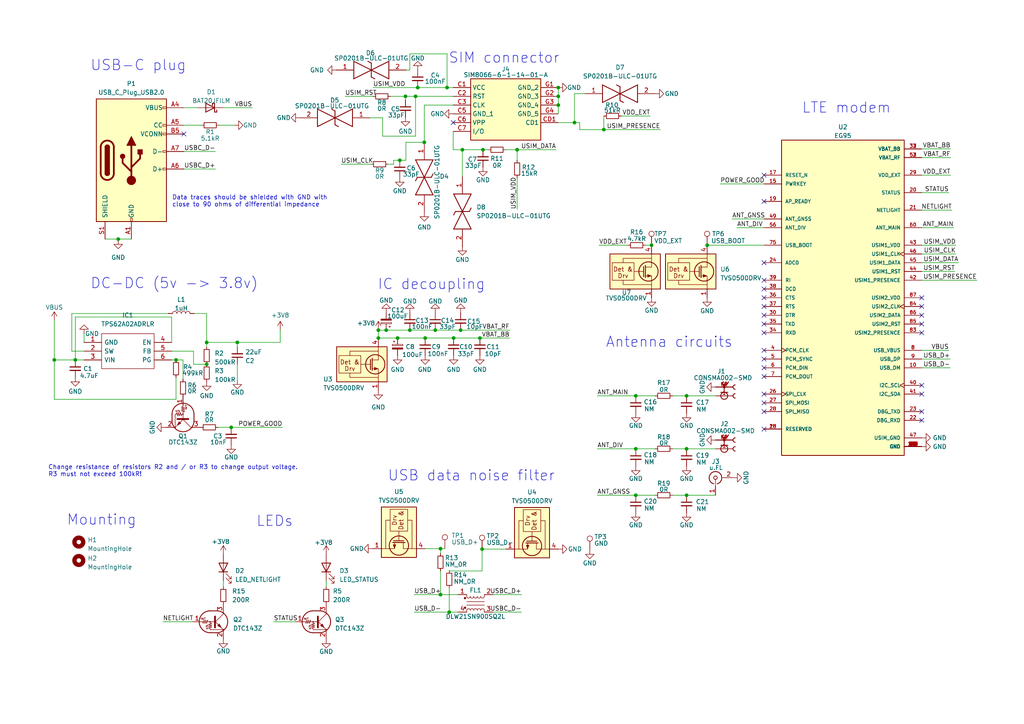
<source format=kicad_sch>
(kicad_sch (version 20230121) (generator eeschema)

  (uuid e7f5bf03-fb2c-47bf-a5e6-8bf502aef220)

  (paper "A4")

  (title_block
    (title "openCom LTE")
    (rev "v1.0")
    (company "Liberated Embedded Systems")
    (comment 1 "Licensed under Creative Commons Attribution 4.0.")
    (comment 4 "https://liberatedsystems.co.uk")
  )

  

  (junction (at 184.404 143.637) (diameter 0) (color 0 0 0 0)
    (uuid 042a0471-e21e-4cf9-a449-bbbe0b4e31dc)
  )
  (junction (at 115.316 98.044) (diameter 0) (color 0 0 0 0)
    (uuid 07a1419a-9ce9-47ac-9f25-5a877a03b148)
  )
  (junction (at 112.014 95.758) (diameter 0) (color 0 0 0 0)
    (uuid 0b842d3b-3af0-4445-85a2-8938feb3239b)
  )
  (junction (at 139.827 159.258) (diameter 0) (color 0 0 0 0)
    (uuid 108c85e9-c6c0-486e-acce-02cd06277409)
  )
  (junction (at 109.728 98.044) (diameter 0) (color 0 0 0 0)
    (uuid 249cd2e5-40dc-4d86-83f1-1d36bcff2155)
  )
  (junction (at 120.523 27.94) (diameter 0) (color 0 0 0 0)
    (uuid 2529567a-84d3-49c8-87a5-42b8116675b8)
  )
  (junction (at 184.404 114.808) (diameter 0) (color 0 0 0 0)
    (uuid 2d292abd-a196-4a57-8168-e345b85a43e2)
  )
  (junction (at 59.944 99.314) (diameter 0) (color 0 0 0 0)
    (uuid 36e8db00-b6e8-465b-982d-28a5692fc84a)
  )
  (junction (at 184.404 130.175) (diameter 0) (color 0 0 0 0)
    (uuid 4841ed9d-4f03-47af-a04b-128d42d47199)
  )
  (junction (at 139.192 98.044) (diameter 0) (color 0 0 0 0)
    (uuid 4a77998e-9110-499d-b99b-0ca8beb92ba4)
  )
  (junction (at 21.844 104.394) (diameter 0) (color 0 0 0 0)
    (uuid 4c802de5-a62c-45b9-8919-56239038f1d4)
  )
  (junction (at 199.136 143.637) (diameter 0) (color 0 0 0 0)
    (uuid 4c82af79-d55f-4314-9a7f-35f7aa12a6a9)
  )
  (junction (at 59.944 105.664) (diameter 0) (color 0 0 0 0)
    (uuid 5996a4f0-9688-4e1a-90b3-babd210fa8d6)
  )
  (junction (at 188.976 71.12) (diameter 0) (color 0 0 0 0)
    (uuid 60d57bd6-b749-4f42-adeb-f36d16ffdfee)
  )
  (junction (at 161.925 25.4) (diameter 0) (color 0 0 0 0)
    (uuid 63fd5dcc-6687-4160-921c-20661abc3383)
  )
  (junction (at 15.748 104.394) (diameter 0) (color 0 0 0 0)
    (uuid 662d7f32-fb97-41aa-ac93-f48fc05dc7a7)
  )
  (junction (at 205.105 71.12) (diameter 0) (color 0 0 0 0)
    (uuid 66b7964f-c33c-43e3-960c-f53593949cb9)
  )
  (junction (at 131.572 98.044) (diameter 0) (color 0 0 0 0)
    (uuid 6d2b738e-dbf5-438d-823f-18e2789a4004)
  )
  (junction (at 149.987 43.434) (diameter 0) (color 0 0 0 0)
    (uuid 73794637-c3fd-4e06-a39a-f6c4efd94b3f)
  )
  (junction (at 123.063 41.275) (diameter 0) (color 0 0 0 0)
    (uuid 7c6d2007-8ed4-40cd-994f-09a21b175e4b)
  )
  (junction (at 199.136 130.175) (diameter 0) (color 0 0 0 0)
    (uuid 8041df1e-37a6-4527-8ec0-8400a61212d2)
  )
  (junction (at 115.951 46.482) (diameter 0) (color 0 0 0 0)
    (uuid 864ceb9b-e94f-41ba-b473-5a5d74aff6eb)
  )
  (junction (at 129.667 25.4) (diameter 0) (color 0 0 0 0)
    (uuid 8db81e72-14da-47b3-b95b-67c09cba8521)
  )
  (junction (at 109.728 95.758) (diameter 0) (color 0 0 0 0)
    (uuid 93302bdb-0704-4e0b-a8dd-9dfb1a3b9997)
  )
  (junction (at 133.604 95.758) (diameter 0) (color 0 0 0 0)
    (uuid 97963e5a-c012-437b-b9b0-c938b05f9e9b)
  )
  (junction (at 130.302 177.546) (diameter 0) (color 0 0 0 0)
    (uuid 9fe07d3f-b8b9-4ea8-aa09-965827fcece6)
  )
  (junction (at 118.872 95.758) (diameter 0) (color 0 0 0 0)
    (uuid b31b2ab4-1e33-4ff8-886e-c52b892174a0)
  )
  (junction (at 67.056 123.952) (diameter 0) (color 0 0 0 0)
    (uuid bee434f5-12c1-456b-a694-5d6aa6d93d20)
  )
  (junction (at 117.602 27.94) (diameter 0) (color 0 0 0 0)
    (uuid c2b3d108-8989-4b48-a897-0c96e9da9706)
  )
  (junction (at 127.762 159.131) (diameter 0) (color 0 0 0 0)
    (uuid c440c282-25f7-4f68-9ee7-d7f6e1fb242c)
  )
  (junction (at 161.925 30.48) (diameter 0) (color 0 0 0 0)
    (uuid c65dd541-c849-42f0-96f1-56a83bcc53ca)
  )
  (junction (at 175.133 37.592) (diameter 0) (color 0 0 0 0)
    (uuid c9b36897-4a83-4a1d-87b4-a81671c4ab45)
  )
  (junction (at 166.624 35.56) (diameter 0) (color 0 0 0 0)
    (uuid caacda5c-24c3-47a6-ae17-42038d9b7750)
  )
  (junction (at 68.834 99.314) (diameter 0) (color 0 0 0 0)
    (uuid d030991e-27c8-47b5-bc06-e0a527017f6c)
  )
  (junction (at 123.317 98.044) (diameter 0) (color 0 0 0 0)
    (uuid d0b29793-5a1d-4bf2-84a7-4c2b8f0a55fb)
  )
  (junction (at 199.136 114.808) (diameter 0) (color 0 0 0 0)
    (uuid d1a2ea86-da3c-4b7e-b186-ecf50d0a39d6)
  )
  (junction (at 34.29 69.342) (diameter 0) (color 0 0 0 0)
    (uuid d7264a7e-d04f-4351-8b59-cabd586f5d0d)
  )
  (junction (at 161.925 27.94) (diameter 0) (color 0 0 0 0)
    (uuid d7ebf16c-c119-4a12-acdf-042f3c14b0d6)
  )
  (junction (at 126.238 95.758) (diameter 0) (color 0 0 0 0)
    (uuid d9741ebb-98cb-4867-9416-bb2325535329)
  )
  (junction (at 140.081 43.434) (diameter 0) (color 0 0 0 0)
    (uuid daa6e0f4-053f-4143-9153-188f93c9a287)
  )
  (junction (at 134.112 43.434) (diameter 0) (color 0 0 0 0)
    (uuid e1af9fcf-0533-4785-acc8-20915b91fbbb)
  )
  (junction (at 121.158 25.4) (diameter 0) (color 0 0 0 0)
    (uuid e30a2179-b596-4ce8-aea6-67b5b4a0837f)
  )
  (junction (at 127.762 172.466) (diameter 0) (color 0 0 0 0)
    (uuid e62ca165-381d-4aa2-a97b-d7b6bc254ee7)
  )
  (junction (at 51.054 104.394) (diameter 0) (color 0 0 0 0)
    (uuid f0e313f2-9291-4ca9-820b-64982e8a14cc)
  )

  (no_connect (at 221.615 119.38) (uuid 05a7c912-a068-4fca-9eab-8c05541865e2))
  (no_connect (at 221.615 91.44) (uuid 098ef58d-9c83-4e94-b159-9f6c0c821d15))
  (no_connect (at 131.445 35.56) (uuid 0bc5abec-39ee-4841-9105-7a9bc573923d))
  (no_connect (at 267.335 121.92) (uuid 27257eb7-e569-4fc4-8d74-cdeb620dbaa4))
  (no_connect (at 267.335 86.36) (uuid 29aa2da9-500d-467f-a954-b165ea662d36))
  (no_connect (at 267.335 114.3) (uuid 2fcb3cff-4db3-4d18-8ea8-334a3680b13d))
  (no_connect (at 221.615 88.9) (uuid 42df1992-7708-4c2e-a2b1-bfadafe60529))
  (no_connect (at 221.615 109.22) (uuid 4354e603-7f9d-4559-ab0d-405cf48cfae6))
  (no_connect (at 221.615 114.3) (uuid 4628dff3-05d9-4f8d-adc6-ccd39a555494))
  (no_connect (at 221.615 81.28) (uuid 49e24e25-ef0a-4535-8ddb-6091aecde71a))
  (no_connect (at 267.335 111.76) (uuid 55e0c271-5fbe-48bc-8951-877cc20fd028))
  (no_connect (at 221.615 86.36) (uuid 57884747-f80f-45b4-b376-3ed85b951751))
  (no_connect (at 267.335 91.44) (uuid 5d141732-3dc4-4823-9c61-56341c6489b5))
  (no_connect (at 221.615 76.2) (uuid 60677259-31a6-425c-a2e9-c6e042564e89))
  (no_connect (at 221.615 96.52) (uuid 7786db76-f36e-493d-bf14-08fb87b4cfb7))
  (no_connect (at 221.615 106.68) (uuid 789ebabe-93fb-484e-b50a-b5e32b445969))
  (no_connect (at 267.335 93.98) (uuid 7b8e352a-c575-43ca-9083-5e9fdf049e7a))
  (no_connect (at 221.615 101.6) (uuid 86d27db5-efbd-4595-ae69-49202e8d4e2d))
  (no_connect (at 221.615 124.46) (uuid 8f594ed6-21e7-4911-9df4-0bd43ca0d13f))
  (no_connect (at 221.615 104.14) (uuid 927688cb-4715-4226-8c85-a641f2de0f5f))
  (no_connect (at 267.335 119.38) (uuid 9946e06e-dc63-4715-a36c-037f8e374af2))
  (no_connect (at 267.335 88.9) (uuid a1f8cb88-3472-413a-8194-453d68bc142e))
  (no_connect (at 221.615 116.84) (uuid a3afcaf1-0d85-4bcb-b48c-beef9990449b))
  (no_connect (at 267.335 96.52) (uuid b0681478-bd21-4d84-844e-c81740b62703))
  (no_connect (at 221.615 50.8) (uuid c583c47f-49b7-4e4e-8008-493f5f8f0bbd))
  (no_connect (at 53.34 38.862) (uuid ca527f55-7bcf-4137-986c-55b6fde926ea))
  (no_connect (at 221.615 58.42) (uuid ceef2b62-30a9-4d16-ba8c-ea2ac879facf))
  (no_connect (at 221.615 83.82) (uuid e4045863-b097-4b22-b139-d020dbbc7d14))
  (no_connect (at 221.615 93.98) (uuid fef6a212-7061-4d20-842f-cc8186980657))

  (wire (pts (xy 117.729 41.275) (xy 117.729 46.482))
    (stroke (width 0) (type default))
    (uuid 016f9433-d5db-4039-b5ea-a91473d92ffe)
  )
  (wire (pts (xy 129.667 25.4) (xy 131.445 25.4))
    (stroke (width 0) (type default))
    (uuid 05afb178-1339-4f71-89d9-4888a02271d2)
  )
  (wire (pts (xy 100.076 27.94) (xy 108.204 27.94))
    (stroke (width 0) (type default))
    (uuid 083ba46c-0800-4d6e-a55a-8dae79770711)
  )
  (wire (pts (xy 123.317 159.131) (xy 127.762 159.131))
    (stroke (width 0) (type default))
    (uuid 0944d581-d69f-49a3-952b-b6550cae692b)
  )
  (wire (pts (xy 51.054 115.824) (xy 51.054 109.474))
    (stroke (width 0) (type default))
    (uuid 0973be5f-16c4-428c-80bb-8a3f2719cde1)
  )
  (wire (pts (xy 267.335 60.96) (xy 276.098 60.96))
    (stroke (width 0) (type default))
    (uuid 0a348e73-c020-462c-9ac1-aabea15c7af0)
  )
  (wire (pts (xy 120.142 172.466) (xy 127.762 172.466))
    (stroke (width 0) (type default))
    (uuid 0c39fce4-7ac0-4c9b-b343-4ba89b333cc5)
  )
  (wire (pts (xy 117.602 27.94) (xy 120.523 27.94))
    (stroke (width 0) (type default))
    (uuid 0c95fc4e-c26c-4751-b58b-6c4db65bac84)
  )
  (wire (pts (xy 267.335 73.66) (xy 277.241 73.66))
    (stroke (width 0) (type default))
    (uuid 10de3af6-802d-407b-9ace-a22f29da2b90)
  )
  (wire (pts (xy 68.834 99.314) (xy 81.28 99.314))
    (stroke (width 0) (type default))
    (uuid 11e96df8-6433-4721-997d-51e78b40e084)
  )
  (wire (pts (xy 98.933 47.625) (xy 107.569 47.625))
    (stroke (width 0) (type default))
    (uuid 14cb3f38-b25b-4d49-9a82-20df3506f421)
  )
  (wire (pts (xy 267.335 71.12) (xy 277.241 71.12))
    (stroke (width 0) (type default))
    (uuid 162d0b0c-49ac-4d83-936b-9aca5609cfdb)
  )
  (wire (pts (xy 118.872 95.758) (xy 126.238 95.758))
    (stroke (width 0) (type default))
    (uuid 19ee1a99-d2ea-401c-84c4-cb06e3ae7eba)
  )
  (wire (pts (xy 143.002 177.546) (xy 151.257 177.546))
    (stroke (width 0) (type default))
    (uuid 1c592a51-5af1-46f2-abdd-0978cea01987)
  )
  (wire (pts (xy 121.158 25.4) (xy 129.667 25.4))
    (stroke (width 0) (type default))
    (uuid 1fc85ee7-aece-46c0-a6b2-fec00e70aaf4)
  )
  (wire (pts (xy 199.136 114.808) (xy 207.518 114.808))
    (stroke (width 0) (type default))
    (uuid 20a09c66-954d-4dd9-bd94-eeef7aa4cbc9)
  )
  (wire (pts (xy 117.729 46.482) (xy 115.951 46.482))
    (stroke (width 0) (type default))
    (uuid 2223f823-ae7b-4e64-9638-dd44f3ba7622)
  )
  (wire (pts (xy 109.728 95.758) (xy 109.728 98.044))
    (stroke (width 0) (type default))
    (uuid 22482def-4517-4495-83f1-d60986f2b75f)
  )
  (wire (pts (xy 118.872 20.32) (xy 118.872 15.621))
    (stroke (width 0) (type default))
    (uuid 23820c3f-b217-45eb-ae9d-9ae6f49d0daa)
  )
  (wire (pts (xy 267.335 106.68) (xy 275.59 106.68))
    (stroke (width 0) (type default))
    (uuid 243e78eb-4256-43f6-a9f6-1996d251b01c)
  )
  (wire (pts (xy 24.384 101.854) (xy 20.828 101.854))
    (stroke (width 0) (type default))
    (uuid 25407507-ec15-4371-9996-a427893dcc24)
  )
  (wire (pts (xy 94.615 168.402) (xy 94.615 170.18))
    (stroke (width 0) (type default))
    (uuid 2a013bdb-46f0-4026-b4a1-c7d4eece15e3)
  )
  (wire (pts (xy 149.987 43.434) (xy 161.29 43.434))
    (stroke (width 0) (type default))
    (uuid 2a607466-5717-4fb6-a830-126715f5e057)
  )
  (wire (pts (xy 51.054 104.394) (xy 53.086 104.394))
    (stroke (width 0) (type default))
    (uuid 2c2e8857-e68d-4f83-a96e-e8a66d9e0b5e)
  )
  (wire (pts (xy 180.213 33.655) (xy 188.595 33.655))
    (stroke (width 0) (type default))
    (uuid 353a6e00-5517-4f48-bd92-0d7fe73c5552)
  )
  (wire (pts (xy 79.375 180.34) (xy 85.725 180.34))
    (stroke (width 0) (type default))
    (uuid 3a6b28c1-e471-48e7-9a80-d4b2d11b4b99)
  )
  (wire (pts (xy 267.335 45.72) (xy 275.717 45.72))
    (stroke (width 0) (type default))
    (uuid 3e34253e-ed9f-4fe8-8990-8023a4d7cc72)
  )
  (wire (pts (xy 139.192 98.044) (xy 131.572 98.044))
    (stroke (width 0) (type default))
    (uuid 3f59b73a-0baf-4264-9660-c05b4d8e826b)
  )
  (wire (pts (xy 59.944 90.932) (xy 59.944 99.314))
    (stroke (width 0) (type default))
    (uuid 431ae31f-38f4-44ba-9ee0-0d826b9ce84a)
  )
  (wire (pts (xy 113.284 27.94) (xy 117.602 27.94))
    (stroke (width 0) (type default))
    (uuid 443083fb-9da6-4106-85d7-406828d7e959)
  )
  (wire (pts (xy 63.5 36.322) (xy 67.945 36.322))
    (stroke (width 0) (type default))
    (uuid 46b7ef96-a908-44cf-8882-4e19177eaf3c)
  )
  (wire (pts (xy 212.344 63.5) (xy 221.615 63.5))
    (stroke (width 0) (type default))
    (uuid 488ffbfd-21d2-45be-9907-17ab725bda98)
  )
  (wire (pts (xy 208.915 53.34) (xy 221.615 53.34))
    (stroke (width 0) (type default))
    (uuid 49e50ead-6672-4512-a6d0-8fa6c66d33e0)
  )
  (wire (pts (xy 126.238 95.758) (xy 133.604 95.758))
    (stroke (width 0) (type default))
    (uuid 4a6cad79-8d2b-40c0-b318-6b74fb99cdf0)
  )
  (wire (pts (xy 139.827 159.258) (xy 146.685 159.258))
    (stroke (width 0) (type default))
    (uuid 4b33db9c-e5dc-4bf7-aa53-cc9580572d4a)
  )
  (wire (pts (xy 110.998 34.163) (xy 110.998 39.497))
    (stroke (width 0) (type default))
    (uuid 4dcee664-3298-440f-aaac-63d7b9543b1c)
  )
  (wire (pts (xy 53.086 104.394) (xy 53.086 109.982))
    (stroke (width 0) (type default))
    (uuid 5111b0eb-3dfb-4f4f-bdd7-8f4b2ab7f8f3)
  )
  (wire (pts (xy 130.429 165.608) (xy 130.302 165.481))
    (stroke (width 0) (type default))
    (uuid 517ee6da-a164-4ceb-ad99-ace8a44a2c2e)
  )
  (wire (pts (xy 161.925 30.48) (xy 161.925 33.02))
    (stroke (width 0) (type default))
    (uuid 59bb1541-60fb-4903-b993-d87a3d5f43b2)
  )
  (wire (pts (xy 112.649 47.625) (xy 114.173 47.625))
    (stroke (width 0) (type default))
    (uuid 5ce1f302-565c-47f7-82a4-cc520c135052)
  )
  (wire (pts (xy 168.148 35.56) (xy 168.148 37.592))
    (stroke (width 0) (type default))
    (uuid 5dc645e5-a0e3-434b-a794-7d43df0b5995)
  )
  (wire (pts (xy 267.335 104.14) (xy 275.59 104.14))
    (stroke (width 0) (type default))
    (uuid 5f56a5f8-c8ef-436a-a3f0-d1d3e32e4f4c)
  )
  (wire (pts (xy 267.335 55.88) (xy 275.209 55.88))
    (stroke (width 0) (type default))
    (uuid 61e256b2-85cc-40e0-8b74-8f54c233587e)
  )
  (wire (pts (xy 123.063 41.275) (xy 123.063 30.48))
    (stroke (width 0) (type default))
    (uuid 642dd2ae-54c5-49d5-bda7-51e932d2b6ce)
  )
  (wire (pts (xy 127.762 159.131) (xy 127.762 160.528))
    (stroke (width 0) (type default))
    (uuid 69586c84-85a3-46c7-b29d-38c383017786)
  )
  (wire (pts (xy 173.736 71.12) (xy 182.118 71.12))
    (stroke (width 0) (type default))
    (uuid 6a39f7ff-db20-44af-aeb9-e043a484f58f)
  )
  (wire (pts (xy 161.925 25.4) (xy 161.925 27.94))
    (stroke (width 0) (type default))
    (uuid 6bf7f607-846c-4a60-a647-543092991339)
  )
  (wire (pts (xy 67.056 123.952) (xy 81.915 123.952))
    (stroke (width 0) (type default))
    (uuid 70d714fa-7732-40e3-b2bc-9d501918fb34)
  )
  (wire (pts (xy 117.856 20.32) (xy 118.872 20.32))
    (stroke (width 0) (type default))
    (uuid 730a212c-4e21-4df4-a2ee-05ace01c2ff0)
  )
  (wire (pts (xy 267.335 76.2) (xy 278.003 76.2))
    (stroke (width 0) (type default))
    (uuid 7434c959-9658-4640-a403-c457ba7c5565)
  )
  (wire (pts (xy 184.404 114.808) (xy 189.992 114.808))
    (stroke (width 0) (type default))
    (uuid 7453db2a-5a22-4140-8907-6b6eedfe0eca)
  )
  (wire (pts (xy 267.335 81.28) (xy 283.337 81.28))
    (stroke (width 0) (type default))
    (uuid 7469e3ef-de30-4a7c-8e2f-ae590b37a9eb)
  )
  (wire (pts (xy 120.523 39.497) (xy 120.523 27.94))
    (stroke (width 0) (type default))
    (uuid 749c375c-a56e-4255-86e2-84a29b9a88dc)
  )
  (wire (pts (xy 161.925 27.94) (xy 161.925 30.48))
    (stroke (width 0) (type default))
    (uuid 77c51452-5a04-4a74-b638-87ed6ecbf76a)
  )
  (wire (pts (xy 110.998 39.497) (xy 120.523 39.497))
    (stroke (width 0) (type default))
    (uuid 79947cfc-4f35-45fe-a61e-2158073d0b2a)
  )
  (wire (pts (xy 184.404 143.637) (xy 189.992 143.637))
    (stroke (width 0) (type default))
    (uuid 7ac0a14f-02e1-47f3-86bd-75e714f2ea5b)
  )
  (wire (pts (xy 15.748 115.824) (xy 51.054 115.824))
    (stroke (width 0) (type default))
    (uuid 7b12b8f1-d5fe-4bbc-957e-d788af2f6372)
  )
  (wire (pts (xy 187.198 71.12) (xy 188.976 71.12))
    (stroke (width 0) (type default))
    (uuid 7bf717b2-c3b6-47b7-9e88-abb5a8177a31)
  )
  (wire (pts (xy 118.872 15.621) (xy 129.667 15.621))
    (stroke (width 0) (type default))
    (uuid 7ca38f84-5102-466d-b60c-defafd4e6502)
  )
  (wire (pts (xy 59.944 99.314) (xy 59.944 100.584))
    (stroke (width 0) (type default))
    (uuid 7ddb8de7-33df-45ae-b77b-70ed734db02c)
  )
  (wire (pts (xy 49.784 99.314) (xy 49.784 91.948))
    (stroke (width 0) (type default))
    (uuid 81ee1c7f-233e-4145-93d8-3f21808a95ff)
  )
  (wire (pts (xy 173.228 130.175) (xy 184.404 130.175))
    (stroke (width 0) (type default))
    (uuid 8269d304-bcfc-45e5-8254-d29b03033700)
  )
  (wire (pts (xy 149.987 43.434) (xy 149.987 46.482))
    (stroke (width 0) (type default))
    (uuid 869af4db-25ce-40f7-bf30-08de7030b9fe)
  )
  (wire (pts (xy 120.523 27.94) (xy 131.445 27.94))
    (stroke (width 0) (type default))
    (uuid 87e5c70f-d862-4133-80a2-7bf4dd8d55e6)
  )
  (wire (pts (xy 131.445 38.1) (xy 131.445 43.434))
    (stroke (width 0) (type default))
    (uuid 89efccfe-301a-455b-b2a9-c0bfb145d6b2)
  )
  (wire (pts (xy 134.112 43.434) (xy 140.081 43.434))
    (stroke (width 0) (type default))
    (uuid 8a67079c-75bd-475e-a44a-503761be5086)
  )
  (wire (pts (xy 49.784 91.948) (xy 21.844 91.948))
    (stroke (width 0) (type default))
    (uuid 8abe6bd7-9394-4908-a584-f259df544660)
  )
  (wire (pts (xy 130.429 165.608) (xy 139.827 165.608))
    (stroke (width 0) (type default))
    (uuid 8af824bd-fa75-4123-a1c9-9823718d7b8c)
  )
  (wire (pts (xy 195.072 114.808) (xy 199.136 114.808))
    (stroke (width 0) (type default))
    (uuid 8bc21f00-b4cf-4f13-9b03-eaba4a11badd)
  )
  (wire (pts (xy 117.729 41.275) (xy 123.063 41.275))
    (stroke (width 0) (type default))
    (uuid 8c4ee04a-5192-4bd2-981c-97cdb21ad311)
  )
  (wire (pts (xy 195.072 130.175) (xy 199.136 130.175))
    (stroke (width 0) (type default))
    (uuid 8c87ac72-8740-4284-91c0-7657a93d89b6)
  )
  (wire (pts (xy 55.88 180.34) (xy 47.244 180.34))
    (stroke (width 0) (type default))
    (uuid 8d95d9c9-36f6-48d9-b910-9248607a7ecb)
  )
  (wire (pts (xy 114.173 46.482) (xy 115.951 46.482))
    (stroke (width 0) (type default))
    (uuid 8f1b4e4f-4dba-4570-9dc5-d3bb139b4be5)
  )
  (wire (pts (xy 133.604 95.758) (xy 147.828 95.758))
    (stroke (width 0) (type default))
    (uuid 903839d1-5324-4e01-839b-2c39e7cc4f3d)
  )
  (wire (pts (xy 81.28 99.314) (xy 81.28 95.758))
    (stroke (width 0) (type default))
    (uuid 94149bb3-0230-4cc9-8a06-7f18e1ea6f1f)
  )
  (wire (pts (xy 107.315 34.163) (xy 110.998 34.163))
    (stroke (width 0) (type default))
    (uuid 94717fd4-ccb5-41b0-bbf4-e243e57f152b)
  )
  (wire (pts (xy 15.748 92.964) (xy 15.748 104.394))
    (stroke (width 0) (type default))
    (uuid 94f0d30d-a571-4c0b-ac5b-bf15c65e9ef3)
  )
  (wire (pts (xy 30.48 69.342) (xy 34.29 69.342))
    (stroke (width 0) (type default))
    (uuid 95bd61a9-339a-4be0-8506-6d8d40bf65df)
  )
  (wire (pts (xy 199.136 143.637) (xy 207.518 143.637))
    (stroke (width 0) (type default))
    (uuid 96c95263-bd70-4ad3-b037-c094a8e797c0)
  )
  (wire (pts (xy 131.572 98.044) (xy 123.317 98.044))
    (stroke (width 0) (type default))
    (uuid 9906097b-0b66-4650-97df-a7952c2b2d2e)
  )
  (wire (pts (xy 134.112 51.181) (xy 134.112 43.434))
    (stroke (width 0) (type default))
    (uuid 9a665be5-951b-4f27-93cc-f3bb68994e28)
  )
  (wire (pts (xy 112.014 95.758) (xy 118.872 95.758))
    (stroke (width 0) (type default))
    (uuid 9df57fc1-d46a-4bbd-afbc-39e7660a28e2)
  )
  (wire (pts (xy 59.944 99.314) (xy 68.834 99.314))
    (stroke (width 0) (type default))
    (uuid a194d0d5-eb6c-41af-98cc-0e2e067ed087)
  )
  (wire (pts (xy 168.148 37.592) (xy 175.133 37.592))
    (stroke (width 0) (type default))
    (uuid a5b615b6-1f39-4e25-a0eb-30cbf100465d)
  )
  (wire (pts (xy 53.34 43.942) (xy 62.484 43.942))
    (stroke (width 0) (type default))
    (uuid a6318b8d-ec38-48b8-bfb6-951335499080)
  )
  (wire (pts (xy 64.77 168.402) (xy 64.77 170.18))
    (stroke (width 0) (type default))
    (uuid aa2b0504-5aa9-4cad-927f-6b4895cd62fd)
  )
  (wire (pts (xy 166.624 27.178) (xy 169.672 27.178))
    (stroke (width 0) (type default))
    (uuid abd1faee-af51-4a43-a48f-29e0dbc707bb)
  )
  (wire (pts (xy 184.404 130.175) (xy 189.992 130.175))
    (stroke (width 0) (type default))
    (uuid abfcc4a9-db87-45ad-a66b-d96507da79ed)
  )
  (wire (pts (xy 149.987 51.562) (xy 149.987 60.706))
    (stroke (width 0) (type default))
    (uuid af10e562-0025-46f3-842a-e6b6ef311b24)
  )
  (wire (pts (xy 267.335 50.8) (xy 275.717 50.8))
    (stroke (width 0) (type default))
    (uuid b1bdc5eb-6651-4815-9f0f-c4d8de4847e4)
  )
  (wire (pts (xy 129.667 15.621) (xy 129.667 25.4))
    (stroke (width 0) (type default))
    (uuid b2d41148-2a60-424d-ab1e-3998594d6e1d)
  )
  (wire (pts (xy 175.133 37.592) (xy 191.516 37.592))
    (stroke (width 0) (type default))
    (uuid b30fc6d0-4a3f-4e54-9b03-75164ef6f3fb)
  )
  (wire (pts (xy 109.728 98.044) (xy 115.316 98.044))
    (stroke (width 0) (type default))
    (uuid b3300f2a-e355-483f-bb98-90208c8708c9)
  )
  (wire (pts (xy 68.834 99.314) (xy 68.834 100.584))
    (stroke (width 0) (type default))
    (uuid b59fc002-ff13-4eee-8a50-d839fe20c77b)
  )
  (wire (pts (xy 115.316 98.044) (xy 123.317 98.044))
    (stroke (width 0) (type default))
    (uuid b7b102c0-1b28-4056-93ed-231d765d6811)
  )
  (wire (pts (xy 173.228 114.808) (xy 184.404 114.808))
    (stroke (width 0) (type default))
    (uuid b829540a-d0b4-49ca-adbf-0f57eb079808)
  )
  (wire (pts (xy 175.133 33.655) (xy 175.133 37.592))
    (stroke (width 0) (type default))
    (uuid ba8ad741-ec74-4c8d-a0c9-98059acee5c3)
  )
  (wire (pts (xy 143.002 172.466) (xy 151.257 172.466))
    (stroke (width 0) (type default))
    (uuid baeee0a3-3b3e-4ce1-900c-14dff80fbada)
  )
  (wire (pts (xy 120.142 177.546) (xy 130.302 177.546))
    (stroke (width 0) (type default))
    (uuid bcb70764-9a79-4f7b-aa37-80ac97e980b5)
  )
  (wire (pts (xy 139.827 165.608) (xy 139.827 159.258))
    (stroke (width 0) (type default))
    (uuid bd7f77e6-8804-49a6-b7c9-5dec3b47d8fe)
  )
  (wire (pts (xy 34.29 69.342) (xy 34.29 69.596))
    (stroke (width 0) (type default))
    (uuid c1a67dc8-214e-462b-8621-7c935f79ad57)
  )
  (wire (pts (xy 267.335 101.6) (xy 275.209 101.6))
    (stroke (width 0) (type default))
    (uuid c6dfef69-c3ee-4c2e-b4c3-d206b67db366)
  )
  (wire (pts (xy 161.925 35.56) (xy 166.624 35.56))
    (stroke (width 0) (type default))
    (uuid c8f56b9c-ce0d-4e9f-a468-8bcd24cd8697)
  )
  (wire (pts (xy 127.762 159.131) (xy 129.032 159.131))
    (stroke (width 0) (type default))
    (uuid c9a56d29-537e-4c03-915d-bdade0dcdda9)
  )
  (wire (pts (xy 15.748 115.824) (xy 15.748 104.394))
    (stroke (width 0) (type default))
    (uuid cc0711b2-5351-4792-a69e-1d113d404b82)
  )
  (wire (pts (xy 64.77 31.242) (xy 73.152 31.242))
    (stroke (width 0) (type default))
    (uuid cc710d27-2717-4e95-b25b-85dd19deed59)
  )
  (wire (pts (xy 109.728 95.758) (xy 112.014 95.758))
    (stroke (width 0) (type default))
    (uuid cf1726fb-7e50-4838-8ce3-8a2069d77f9a)
  )
  (wire (pts (xy 139.192 98.044) (xy 147.828 98.044))
    (stroke (width 0) (type default))
    (uuid d020a520-a626-42f1-b92d-ed0acced7c64)
  )
  (wire (pts (xy 213.741 66.04) (xy 221.615 66.04))
    (stroke (width 0) (type default))
    (uuid d04ed176-2caf-490e-a330-8091df4c2d36)
  )
  (wire (pts (xy 49.784 104.394) (xy 51.054 104.394))
    (stroke (width 0) (type default))
    (uuid d1159933-963d-4653-b331-3bca57df1d8f)
  )
  (wire (pts (xy 56.134 101.854) (xy 56.134 105.664))
    (stroke (width 0) (type default))
    (uuid d11e1087-9947-49fc-86cb-1e3c88e786be)
  )
  (wire (pts (xy 123.063 30.48) (xy 131.445 30.48))
    (stroke (width 0) (type default))
    (uuid d2807613-1174-4625-a921-b474f498efed)
  )
  (wire (pts (xy 195.072 143.637) (xy 199.136 143.637))
    (stroke (width 0) (type default))
    (uuid d4dd32c3-edae-423c-a419-934d2b00cbef)
  )
  (wire (pts (xy 24.384 96.774) (xy 24.384 99.314))
    (stroke (width 0) (type default))
    (uuid d6fb14cd-da59-434a-a47f-6f9fe6c9ace9)
  )
  (wire (pts (xy 20.828 90.932) (xy 48.768 90.932))
    (stroke (width 0) (type default))
    (uuid d8ee074e-957f-4f2d-b164-756491ef692e)
  )
  (wire (pts (xy 130.302 177.546) (xy 132.842 177.546))
    (stroke (width 0) (type default))
    (uuid dafb6178-625b-40b9-8e35-323b2c6deaa7)
  )
  (wire (pts (xy 57.15 31.242) (xy 53.34 31.242))
    (stroke (width 0) (type default))
    (uuid dd890e69-1511-47b3-b73a-067cbc02dc6e)
  )
  (wire (pts (xy 15.748 104.394) (xy 21.844 104.394))
    (stroke (width 0) (type default))
    (uuid dd90930c-f552-46ac-b1f7-48d1ddb596d4)
  )
  (wire (pts (xy 130.302 170.561) (xy 130.302 177.546))
    (stroke (width 0) (type default))
    (uuid ddbafd75-5887-4eea-a2e7-5edc883a2ba2)
  )
  (wire (pts (xy 68.834 110.236) (xy 68.834 105.664))
    (stroke (width 0) (type default))
    (uuid de1f462f-42da-4e21-bb8a-51b75a28b7e2)
  )
  (wire (pts (xy 267.335 78.74) (xy 276.987 78.74))
    (stroke (width 0) (type default))
    (uuid de8bd120-989f-4c37-bcdc-ed048eed7b63)
  )
  (wire (pts (xy 53.34 49.022) (xy 62.484 49.022))
    (stroke (width 0) (type default))
    (uuid e264048e-cb40-46b2-b945-9d40fc798766)
  )
  (wire (pts (xy 21.844 91.948) (xy 21.844 104.394))
    (stroke (width 0) (type default))
    (uuid e2f3bd7c-4bfd-4a98-b07a-02934ca43525)
  )
  (wire (pts (xy 199.136 130.175) (xy 207.518 130.175))
    (stroke (width 0) (type default))
    (uuid e61b547d-31b0-418c-9839-c878bcd08d27)
  )
  (wire (pts (xy 34.29 69.342) (xy 38.1 69.342))
    (stroke (width 0) (type default))
    (uuid e8390b11-4fd0-4df4-a135-2e8b04d347c7)
  )
  (wire (pts (xy 166.624 35.56) (xy 168.148 35.56))
    (stroke (width 0) (type default))
    (uuid ea13530d-9a16-40e0-b120-068c3f1eb6fe)
  )
  (wire (pts (xy 127.762 172.466) (xy 132.842 172.466))
    (stroke (width 0) (type default))
    (uuid ed0e5eea-43c0-4d75-92ac-f8809c54c3c1)
  )
  (wire (pts (xy 127.762 165.608) (xy 127.762 172.466))
    (stroke (width 0) (type default))
    (uuid ed69a4d1-ef95-492f-9c0e-9984a0bafde2)
  )
  (wire (pts (xy 114.173 47.625) (xy 114.173 46.482))
    (stroke (width 0) (type default))
    (uuid edd7268d-f79b-44f5-9a08-966e59a430dc)
  )
  (wire (pts (xy 53.34 36.322) (xy 58.42 36.322))
    (stroke (width 0) (type default))
    (uuid ef0cb1c2-8f79-4365-bd54-164624d7e504)
  )
  (wire (pts (xy 173.228 143.637) (xy 184.404 143.637))
    (stroke (width 0) (type default))
    (uuid f11e621e-cc31-4be0-a142-98b4e2259320)
  )
  (wire (pts (xy 49.784 101.854) (xy 56.134 101.854))
    (stroke (width 0) (type default))
    (uuid f18e4bff-b172-40f4-88e4-3f0fa4403ce7)
  )
  (wire (pts (xy 117.602 28.956) (xy 117.602 27.94))
    (stroke (width 0) (type default))
    (uuid f20f93f6-8327-4fb3-aaaa-a982e469faf1)
  )
  (wire (pts (xy 140.081 43.434) (xy 141.605 43.434))
    (stroke (width 0) (type default))
    (uuid f2a1f47f-8604-4c84-a40f-d62ff5676128)
  )
  (wire (pts (xy 267.335 43.18) (xy 275.717 43.18))
    (stroke (width 0) (type default))
    (uuid f4110a8e-de93-4e3a-b729-09eefddfba3d)
  )
  (wire (pts (xy 131.445 43.434) (xy 134.112 43.434))
    (stroke (width 0) (type default))
    (uuid f5983d70-1b21-4eb4-bc99-4f20f08366ae)
  )
  (wire (pts (xy 20.828 101.854) (xy 20.828 90.932))
    (stroke (width 0) (type default))
    (uuid f7356388-ca20-456f-a3df-69eafbcfba76)
  )
  (wire (pts (xy 166.624 27.178) (xy 166.624 35.56))
    (stroke (width 0) (type default))
    (uuid f75ebdeb-10a0-4049-a0f7-8900b3f405dc)
  )
  (wire (pts (xy 205.105 71.12) (xy 221.615 71.12))
    (stroke (width 0) (type default))
    (uuid f7f0ef1f-9efc-4016-80af-90844a041c4c)
  )
  (wire (pts (xy 63.246 123.952) (xy 67.056 123.952))
    (stroke (width 0) (type default))
    (uuid f894d116-77b4-4179-a80f-bff88b98bceb)
  )
  (wire (pts (xy 56.388 90.932) (xy 59.944 90.932))
    (stroke (width 0) (type default))
    (uuid fa5a06ba-69c9-4b7c-b204-56951d9ec9b0)
  )
  (wire (pts (xy 56.134 105.664) (xy 59.944 105.664))
    (stroke (width 0) (type default))
    (uuid fbb43638-f890-42a3-b07f-9b3cf691441e)
  )
  (wire (pts (xy 267.335 66.04) (xy 276.606 66.04))
    (stroke (width 0) (type default))
    (uuid fc31d884-aeca-4d8b-89f8-b346ad6f0168)
  )
  (wire (pts (xy 108.204 25.4) (xy 121.158 25.4))
    (stroke (width 0) (type default))
    (uuid fc863460-fe99-4abe-910f-ca8d0244f3df)
  )
  (wire (pts (xy 21.844 104.394) (xy 24.384 104.394))
    (stroke (width 0) (type default))
    (uuid fc8ef826-074d-49e9-a04e-0c35157a0f7b)
  )
  (wire (pts (xy 146.685 43.434) (xy 149.987 43.434))
    (stroke (width 0) (type default))
    (uuid fcd0f360-7287-4a8a-8067-c35111f2073d)
  )

  (text "LTE modem" (at 232.537 33.147 0)
    (effects (font (size 3 3)) (justify left bottom))
    (uuid 10856622-133d-4f7d-ac35-6cb885ce6185)
  )
  (text "SIM connector\n" (at 130.048 18.669 0)
    (effects (font (size 3 3)) (justify left bottom))
    (uuid 1f615cda-97b1-45ca-ac6b-01760d1a071c)
  )
  (text "LEDs" (at 74.295 153.035 0)
    (effects (font (size 3 3)) (justify left bottom))
    (uuid 5d1a16d1-daca-4fb8-9202-13f8ac655b04)
  )
  (text "USB-C plug" (at 26.162 20.828 0)
    (effects (font (size 3 3)) (justify left bottom))
    (uuid 997112e9-0d1c-4112-a4bc-f4e3764a24d5)
  )
  (text "IC decoupling\n" (at 109.474 84.328 0)
    (effects (font (size 3 3)) (justify left bottom))
    (uuid a6e487ce-2225-4f7e-ba17-13d3782fca51)
  )
  (text "Mounting\n" (at 19.304 152.654 0)
    (effects (font (size 3 3)) (justify left bottom))
    (uuid ca3cbb62-a0f7-4285-a4b7-af23b86dbe37)
  )
  (text "DC-DC (5v -> 3.8v)\n" (at 26.162 84.074 0)
    (effects (font (size 3 3)) (justify left bottom))
    (uuid d3b1a4ad-ac5d-4167-af11-de6f37be6fef)
  )
  (text "USB data noise filter" (at 112.395 139.827 0)
    (effects (font (size 3 3)) (justify left bottom))
    (uuid d3ed1f5b-761c-4e84-a5fb-d339d36018b8)
  )
  (text "Antenna circuits\n" (at 175.641 101.092 0)
    (effects (font (size 3 3)) (justify left bottom))
    (uuid d89f996c-ad5d-413a-96e1-7d792b283d85)
  )
  (text "Change resistance of resistors R2 and / or R3 to change output voltage.\nR3 must not exceed 100kR!\n"
    (at 13.97 138.43 0)
    (effects (font (size 1.27 1.27)) (justify left bottom))
    (uuid e64b5d2e-4c66-4328-a131-4a92aea4aeaf)
  )
  (text "Data traces should be shielded with GND with \nclose to 90 ohms of differential impedance"
    (at 49.911 60.198 0)
    (effects (font (size 1.27 1.27)) (justify left bottom))
    (uuid fa68311b-06f8-4187-b961-a9dc9acdbc66)
  )

  (label "USIM_VDD" (at 277.241 71.12 180) (fields_autoplaced)
    (effects (font (size 1.27 1.27)) (justify right bottom))
    (uuid 030fdd0e-42a9-4f5f-9d8a-a97afaca32e0)
  )
  (label "USBC_D-" (at 151.257 177.546 180) (fields_autoplaced)
    (effects (font (size 1.27 1.27)) (justify right bottom))
    (uuid 1c1f57fb-0304-4f5c-8ca3-a9352c2c96b9)
  )
  (label "ANT_GNSS" (at 212.344 63.5 0) (fields_autoplaced)
    (effects (font (size 1.27 1.27)) (justify left bottom))
    (uuid 1cab7889-027e-4a4b-92dd-e294b9188f4d)
  )
  (label "USIM_PRESENCE" (at 191.516 37.592 180) (fields_autoplaced)
    (effects (font (size 1.27 1.27)) (justify right bottom))
    (uuid 255f5bb5-a06f-455f-8359-09a5c5c99003)
  )
  (label "VBAT_RF" (at 147.828 95.758 180) (fields_autoplaced)
    (effects (font (size 1.27 1.27)) (justify right bottom))
    (uuid 29471ccc-e479-4ee0-be47-0a0b7085be20)
  )
  (label "USIM_CLK" (at 98.933 47.625 0) (fields_autoplaced)
    (effects (font (size 1.27 1.27)) (justify left bottom))
    (uuid 29daebfb-8de7-487b-83f6-acf17a235add)
  )
  (label "USB_D+" (at 275.59 104.14 180) (fields_autoplaced)
    (effects (font (size 1.27 1.27)) (justify right bottom))
    (uuid 2a3d94f1-8f38-4608-bc2a-9c7156e94a12)
  )
  (label "VBAT_BB" (at 147.828 98.044 180) (fields_autoplaced)
    (effects (font (size 1.27 1.27)) (justify right bottom))
    (uuid 341f62f5-589d-4734-8c10-bf214a9839d8)
  )
  (label "USIM_VDD" (at 149.987 60.706 90) (fields_autoplaced)
    (effects (font (size 1.27 1.27)) (justify left bottom))
    (uuid 4079dc95-5935-4f1d-9d1d-673cd8f80ca0)
  )
  (label "USB_D+" (at 120.142 172.466 0) (fields_autoplaced)
    (effects (font (size 1.27 1.27)) (justify left bottom))
    (uuid 44ff37be-8cbb-4422-b946-d0fab880891e)
  )
  (label "STATUS" (at 79.375 180.34 0) (fields_autoplaced)
    (effects (font (size 1.27 1.27)) (justify left bottom))
    (uuid 4a8a4651-c1be-49a7-90aa-5658cbb81ad4)
  )
  (label "VBAT_RF" (at 275.717 45.72 180) (fields_autoplaced)
    (effects (font (size 1.27 1.27)) (justify right bottom))
    (uuid 4d02e272-0362-4a3f-835a-71812e889c68)
  )
  (label "ANT_DIV" (at 173.228 130.175 0) (fields_autoplaced)
    (effects (font (size 1.27 1.27)) (justify left bottom))
    (uuid 59ec6daf-4f41-4eae-ad10-48af835cfb7a)
  )
  (label "ANT_DIV" (at 213.741 66.04 0) (fields_autoplaced)
    (effects (font (size 1.27 1.27)) (justify left bottom))
    (uuid 59f9c11e-faa0-4ecc-b792-b12652ba0b50)
  )
  (label "ANT_MAIN" (at 173.228 114.808 0) (fields_autoplaced)
    (effects (font (size 1.27 1.27)) (justify left bottom))
    (uuid 633c562a-e625-49be-b7c8-5a71d1731479)
  )
  (label "USB_D-" (at 275.59 106.68 180) (fields_autoplaced)
    (effects (font (size 1.27 1.27)) (justify right bottom))
    (uuid 6a42a279-6594-4617-92c7-bb273fe60f35)
  )
  (label "POWER_GOOD" (at 81.915 123.952 180) (fields_autoplaced)
    (effects (font (size 1.27 1.27)) (justify right bottom))
    (uuid 6c9d9040-f9e3-4e7c-b136-1ced9d775058)
  )
  (label "USB_D-" (at 120.142 177.546 0) (fields_autoplaced)
    (effects (font (size 1.27 1.27)) (justify left bottom))
    (uuid 6f7874e0-6a12-428e-9af4-58be41e35bb8)
  )
  (label "ANT_MAIN" (at 276.606 66.04 180) (fields_autoplaced)
    (effects (font (size 1.27 1.27)) (justify right bottom))
    (uuid 7099675a-1fd5-45df-b988-2f9a84da9897)
  )
  (label "NETLIGHT" (at 276.098 60.96 180) (fields_autoplaced)
    (effects (font (size 1.27 1.27)) (justify right bottom))
    (uuid 73fdc481-1392-4fb3-b700-3a76369af23c)
  )
  (label "USBC_D+" (at 151.257 172.466 180) (fields_autoplaced)
    (effects (font (size 1.27 1.27)) (justify right bottom))
    (uuid 7c1aeb40-f30a-420c-8f80-f5814d7b375a)
  )
  (label "USIM_PRESENCE" (at 283.337 81.28 180) (fields_autoplaced)
    (effects (font (size 1.27 1.27)) (justify right bottom))
    (uuid 84a0f01c-7c48-4b57-ac5c-93453bdb1bed)
  )
  (label "USIM_DATA" (at 278.003 76.2 180) (fields_autoplaced)
    (effects (font (size 1.27 1.27)) (justify right bottom))
    (uuid 8b7200f7-4daf-44de-bcca-41cd41cdbb8f)
  )
  (label "USBC_D+" (at 62.484 49.022 180) (fields_autoplaced)
    (effects (font (size 1.27 1.27)) (justify right bottom))
    (uuid 91db2672-e06a-417f-95c6-62ae4ee92f7d)
  )
  (label "NETLIGHT" (at 47.244 180.34 0) (fields_autoplaced)
    (effects (font (size 1.27 1.27)) (justify left bottom))
    (uuid a4b1017a-0351-4cf1-9d64-a09fc0b28a16)
  )
  (label "VBUS" (at 73.152 31.242 180) (fields_autoplaced)
    (effects (font (size 1.27 1.27)) (justify right bottom))
    (uuid b0ffd2ef-8ac8-4825-80f7-a62a2359493b)
  )
  (label "USBC_D-" (at 62.484 43.942 180) (fields_autoplaced)
    (effects (font (size 1.27 1.27)) (justify right bottom))
    (uuid b571b294-415c-4b13-ab39-12f42873915f)
  )
  (label "VDD_EXT" (at 275.717 50.8 180) (fields_autoplaced)
    (effects (font (size 1.27 1.27)) (justify right bottom))
    (uuid b939c651-baca-4dab-b241-76ea3ae8ff21)
  )
  (label "STATUS" (at 275.209 55.88 180) (fields_autoplaced)
    (effects (font (size 1.27 1.27)) (justify right bottom))
    (uuid bdcfc669-da81-4f42-9d69-b5cc4a006bad)
  )
  (label "USIM_CLK" (at 277.241 73.66 180) (fields_autoplaced)
    (effects (font (size 1.27 1.27)) (justify right bottom))
    (uuid be36023a-e621-4ab0-a53c-6918520012f6)
  )
  (label "USIM_DATA" (at 161.29 43.434 180) (fields_autoplaced)
    (effects (font (size 1.27 1.27)) (justify right bottom))
    (uuid c58f6959-ff28-48f6-936a-ae0c0ef60ab2)
  )
  (label "VBAT_BB" (at 275.717 43.18 180) (fields_autoplaced)
    (effects (font (size 1.27 1.27)) (justify right bottom))
    (uuid c82d18a3-5e0e-4e56-a101-ab1fefd0fdac)
  )
  (label "VBUS" (at 275.209 101.6 180) (fields_autoplaced)
    (effects (font (size 1.27 1.27)) (justify right bottom))
    (uuid cc4e7e37-ae6a-4bea-a02e-d92b5e4df412)
  )
  (label "USIM_VDD" (at 108.204 25.4 0) (fields_autoplaced)
    (effects (font (size 1.27 1.27)) (justify left bottom))
    (uuid cf62d78d-5f2d-496c-af64-74365a412979)
  )
  (label "VDD_EXT" (at 188.595 33.655 180) (fields_autoplaced)
    (effects (font (size 1.27 1.27)) (justify right bottom))
    (uuid dd4e481b-f5b2-4b82-9df0-a07179bbd99e)
  )
  (label "USIM_RST" (at 100.076 27.94 0) (fields_autoplaced)
    (effects (font (size 1.27 1.27)) (justify left bottom))
    (uuid e97fc6f9-74f3-4a24-a312-65ea67586244)
  )
  (label "ANT_GNSS" (at 173.228 143.637 0) (fields_autoplaced)
    (effects (font (size 1.27 1.27)) (justify left bottom))
    (uuid f22bc7e2-51c7-4426-95b2-620e2f4814d6)
  )
  (label "VDD_EXT" (at 173.736 71.12 0) (fields_autoplaced)
    (effects (font (size 1.27 1.27)) (justify left bottom))
    (uuid f357f920-21ab-4c10-b948-8ca7d7791e95)
  )
  (label "USIM_RST" (at 276.987 78.74 180) (fields_autoplaced)
    (effects (font (size 1.27 1.27)) (justify right bottom))
    (uuid fcaf79c5-8fd4-4846-b15b-c83a0af83477)
  )
  (label "POWER_GOOD" (at 208.915 53.34 0) (fields_autoplaced)
    (effects (font (size 1.27 1.27)) (justify left bottom))
    (uuid fcdbaf88-a477-4450-ad66-5b029ba2f28e)
  )

  (symbol (lib_id "power:GND") (at 123.317 103.124 0) (unit 1)
    (in_bom yes) (on_board yes) (dnp no)
    (uuid 06c2399e-462d-4b78-8cae-1501c2ae7839)
    (property "Reference" "#PWR03" (at 123.317 109.474 0)
      (effects (font (size 1.27 1.27)) hide)
    )
    (property "Value" "GND" (at 125.222 107.188 0)
      (effects (font (size 1.27 1.27)) (justify right))
    )
    (property "Footprint" "" (at 123.317 103.124 0)
      (effects (font (size 1.27 1.27)) hide)
    )
    (property "Datasheet" "" (at 123.317 103.124 0)
      (effects (font (size 1.27 1.27)) hide)
    )
    (pin "1" (uuid bc6272e1-93f9-4281-bcd5-ad90543464df))
    (instances
      (project "opencom-lte"
        (path "/e7f5bf03-fb2c-47bf-a5e6-8bf502aef220"
          (reference "#PWR03") (unit 1)
        )
      )
    )
  )

  (symbol (lib_id "Device:R_Small") (at 53.086 112.522 0) (unit 1)
    (in_bom yes) (on_board yes) (dnp no)
    (uuid 07398bf2-a4b0-456d-b59a-0d3d1b836125)
    (property "Reference" "R6" (at 54.356 111.76 0)
      (effects (font (size 1.27 1.27)) (justify left))
    )
    (property "Value" "0R" (at 54.356 113.411 0)
      (effects (font (size 1.27 1.27)) (justify left))
    )
    (property "Footprint" "Resistor_SMD:R_0603_1608Metric" (at 53.086 112.522 0)
      (effects (font (size 1.27 1.27)) hide)
    )
    (property "Datasheet" "~" (at 53.086 112.522 0)
      (effects (font (size 1.27 1.27)) hide)
    )
    (pin "1" (uuid 7773cb73-9fb6-4fd9-949d-789fb08cee76))
    (pin "2" (uuid ad583c30-de0e-4513-ab7d-e64d16c8e11a))
    (instances
      (project "opencom-lte"
        (path "/e7f5bf03-fb2c-47bf-a5e6-8bf502aef220"
          (reference "R6") (unit 1)
        )
      )
    )
  )

  (symbol (lib_id "Transistor_BJT:DTC143Z") (at 62.23 180.34 0) (unit 1)
    (in_bom yes) (on_board yes) (dnp no) (fields_autoplaced)
    (uuid 079c2c69-fe66-4bf8-b630-2a3e8b1dfa4d)
    (property "Reference" "Q2" (at 67.564 179.705 0)
      (effects (font (size 1.27 1.27)) (justify left))
    )
    (property "Value" "DTC143Z" (at 67.564 182.245 0)
      (effects (font (size 1.27 1.27)) (justify left))
    )
    (property "Footprint" "DTC143ZMT2L:SOTFL3P40_120X120X55L30X32N" (at 62.23 180.34 0)
      (effects (font (size 1.27 1.27)) (justify left) hide)
    )
    (property "Datasheet" "" (at 62.23 180.34 0)
      (effects (font (size 1.27 1.27)) (justify left) hide)
    )
    (pin "1" (uuid e3e45c28-4abc-4dea-af2b-1cd9ff63b75e))
    (pin "2" (uuid 9db23f5e-245c-43d6-be7e-24db320e7766))
    (pin "3" (uuid 5192ad1a-ae38-4eb7-9ad0-f12addf7e753))
    (instances
      (project "opencom-lte"
        (path "/e7f5bf03-fb2c-47bf-a5e6-8bf502aef220"
          (reference "Q2") (unit 1)
        )
      )
    )
  )

  (symbol (lib_id "Power_Protection:TVS0500DRV") (at 154.305 159.258 270) (unit 1)
    (in_bom yes) (on_board yes) (dnp no) (fields_autoplaced)
    (uuid 0942dfca-44ea-4fcb-892a-adcc75baa0d8)
    (property "Reference" "U4" (at 154.305 142.748 90)
      (effects (font (size 1.27 1.27)))
    )
    (property "Value" "TVS0500DRV" (at 154.305 145.288 90)
      (effects (font (size 1.27 1.27)))
    )
    (property "Footprint" "Package_SON:WSON-6-1EP_2x2mm_P0.65mm_EP1x1.6mm" (at 145.415 164.338 0)
      (effects (font (size 1.27 1.27)) hide)
    )
    (property "Datasheet" "http://www.ti.com/lit/ds/symlink/tvs0500.pdf" (at 154.305 156.718 0)
      (effects (font (size 1.27 1.27)) hide)
    )
    (pin "1" (uuid f0344121-d306-4852-bc9e-96a72d34b7b5))
    (pin "2" (uuid fc86d3a8-2e6d-4d7c-ba5f-5c8b3f388850))
    (pin "3" (uuid f85214f0-089e-4e36-a5ca-db817c725ff2))
    (pin "4" (uuid f81efb68-f344-4a96-a26d-b79ee07ba083))
    (pin "5" (uuid 04f2f219-c686-4f4c-8532-d1aca7241602))
    (pin "6" (uuid d7976263-08df-4c57-a278-4c4c207b5732))
    (pin "7" (uuid f9ce1733-e703-441b-97df-943a604cd830))
    (instances
      (project "opencom-lte"
        (path "/e7f5bf03-fb2c-47bf-a5e6-8bf502aef220"
          (reference "U4") (unit 1)
        )
      )
    )
  )

  (symbol (lib_id "Connector:Conn_Coaxial") (at 207.518 138.557 90) (unit 1)
    (in_bom yes) (on_board yes) (dnp no)
    (uuid 0a40f818-434f-42e1-8023-b94a003b0d64)
    (property "Reference" "J3" (at 208.788 133.858 90)
      (effects (font (size 1.27 1.27)) (justify left))
    )
    (property "Value" "u.FL" (at 209.7162 135.636 90)
      (effects (font (size 1.27 1.27)) (justify left))
    )
    (property "Footprint" "Connector_Coaxial:U.FL_Hirose_U.FL-R-SMT-1_Vertical" (at 207.518 138.557 0)
      (effects (font (size 1.27 1.27)) hide)
    )
    (property "Datasheet" " ~" (at 207.518 138.557 0)
      (effects (font (size 1.27 1.27)) hide)
    )
    (pin "1" (uuid 69d486a9-c904-4be4-8309-ccd497db9d1c))
    (pin "2" (uuid a73d0246-eb4d-4d1d-90f6-55adb122b0f3))
    (instances
      (project "opencom-lte"
        (path "/e7f5bf03-fb2c-47bf-a5e6-8bf502aef220"
          (reference "J3") (unit 1)
        )
      )
    )
  )

  (symbol (lib_id "Connector:USB_C_Plug_USB2.0") (at 38.1 46.482 0) (unit 1)
    (in_bom yes) (on_board yes) (dnp no) (fields_autoplaced)
    (uuid 0dcaec53-9d05-4a0e-9a06-34b6fc261cee)
    (property "Reference" "P1" (at 38.1 24.257 0)
      (effects (font (size 1.27 1.27)))
    )
    (property "Value" "USB_C_Plug_USB2.0" (at 38.1 26.797 0)
      (effects (font (size 1.27 1.27)))
    )
    (property "Footprint" "Connector_USB:USB_C_Plug_Molex_105444" (at 41.91 46.482 0)
      (effects (font (size 1.27 1.27)) hide)
    )
    (property "Datasheet" "https://www.usb.org/sites/default/files/documents/usb_type-c.zip" (at 41.91 46.482 0)
      (effects (font (size 1.27 1.27)) hide)
    )
    (pin "A1" (uuid 614e1b26-8f10-49b7-a64a-eb7c5df5fb80))
    (pin "A12" (uuid 64b86aa7-9f5f-4c73-80fe-82fc498ae1d3))
    (pin "A4" (uuid 49fab087-3df6-442f-a17a-a89fc48f8738))
    (pin "A5" (uuid 8ceb3237-d42b-48d7-8a2a-69539c06d052))
    (pin "A6" (uuid f7d1e95e-c812-4526-9ca5-9d6c1b43000a))
    (pin "A7" (uuid 205912ac-f964-4312-8732-75b624fff5a6))
    (pin "A9" (uuid c92e52bc-1111-4526-9a12-0c9780ad8259))
    (pin "B1" (uuid a86585c3-1e10-4720-b0bc-0b5cc74bfa40))
    (pin "B12" (uuid e8f36c75-230c-4983-8394-9e6809c7c601))
    (pin "B4" (uuid 8c0b9c03-c51a-4f90-9f83-682489e3d710))
    (pin "B5" (uuid 5abad1e2-4b36-43bf-ad64-8d42301cf5f6))
    (pin "B9" (uuid a00c8a17-493f-4db8-9885-ec2181689b73))
    (pin "S1" (uuid db5145c7-1a6b-400e-b256-5cafd1bc47e8))
    (instances
      (project "opencom-lte"
        (path "/e7f5bf03-fb2c-47bf-a5e6-8bf502aef220"
          (reference "P1") (unit 1)
        )
      )
    )
  )

  (symbol (lib_id "power:GND") (at 68.834 110.236 0) (unit 1)
    (in_bom yes) (on_board yes) (dnp no)
    (uuid 1181cff8-af6c-46f5-b38b-d5b7a6328770)
    (property "Reference" "#PWR013" (at 68.834 116.586 0)
      (effects (font (size 1.27 1.27)) hide)
    )
    (property "Value" "GND" (at 68.834 113.792 0)
      (effects (font (size 1.27 1.27)))
    )
    (property "Footprint" "" (at 68.834 110.236 0)
      (effects (font (size 1.27 1.27)) hide)
    )
    (property "Datasheet" "" (at 68.834 110.236 0)
      (effects (font (size 1.27 1.27)) hide)
    )
    (pin "1" (uuid 0431afae-6d27-4993-8080-49f51ca0431d))
    (instances
      (project "opencom-lte"
        (path "/e7f5bf03-fb2c-47bf-a5e6-8bf502aef220"
          (reference "#PWR013") (unit 1)
        )
      )
    )
  )

  (symbol (lib_id "Device:R_Small") (at 110.109 47.625 90) (unit 1)
    (in_bom yes) (on_board yes) (dnp no)
    (uuid 1513979a-9efc-4e7c-9d42-0062cf2f701c)
    (property "Reference" "R9" (at 110.109 49.403 90)
      (effects (font (size 1.27 1.27)))
    )
    (property "Value" "0R" (at 110.109 51.181 90)
      (effects (font (size 1.27 1.27)))
    )
    (property "Footprint" "Resistor_SMD:R_0603_1608Metric" (at 110.109 47.625 0)
      (effects (font (size 1.27 1.27)) hide)
    )
    (property "Datasheet" "~" (at 110.109 47.625 0)
      (effects (font (size 1.27 1.27)) hide)
    )
    (pin "1" (uuid cf220af5-03ee-45eb-b69e-ff4b6a95fb3b))
    (pin "2" (uuid 11df6754-ab84-4da1-b5f1-fe37a3118110))
    (instances
      (project "opencom-lte"
        (path "/e7f5bf03-fb2c-47bf-a5e6-8bf502aef220"
          (reference "R9") (unit 1)
        )
      )
    )
  )

  (symbol (lib_id "power:GND") (at 189.992 27.178 90) (unit 1)
    (in_bom yes) (on_board yes) (dnp no)
    (uuid 1a1663ee-a12d-45d1-ab10-d2579fa3e4fa)
    (property "Reference" "#PWR048" (at 196.342 27.178 0)
      (effects (font (size 1.27 1.27)) hide)
    )
    (property "Value" "GND" (at 192.786 27.178 90)
      (effects (font (size 1.27 1.27)) (justify right))
    )
    (property "Footprint" "" (at 189.992 27.178 0)
      (effects (font (size 1.27 1.27)) hide)
    )
    (property "Datasheet" "" (at 189.992 27.178 0)
      (effects (font (size 1.27 1.27)) hide)
    )
    (pin "1" (uuid 8f815a5a-85f6-41b2-b196-edfe7d8d485a))
    (instances
      (project "opencom-lte"
        (path "/e7f5bf03-fb2c-47bf-a5e6-8bf502aef220"
          (reference "#PWR048") (unit 1)
        )
      )
    )
  )

  (symbol (lib_id "Device:R_Small") (at 192.532 143.637 90) (unit 1)
    (in_bom yes) (on_board yes) (dnp no)
    (uuid 1c39bbee-da94-42e7-a732-765cf6d74ee6)
    (property "Reference" "R19" (at 192.532 140.208 90)
      (effects (font (size 1.27 1.27)))
    )
    (property "Value" "0R" (at 192.532 141.986 90)
      (effects (font (size 1.27 1.27)))
    )
    (property "Footprint" "Resistor_SMD:R_0603_1608Metric_Pad0.98x0.95mm_HandSolder" (at 192.532 143.637 0)
      (effects (font (size 1.27 1.27)) hide)
    )
    (property "Datasheet" "~" (at 192.532 143.637 0)
      (effects (font (size 1.27 1.27)) hide)
    )
    (pin "1" (uuid cae855ea-469c-419d-8731-e918c1935398))
    (pin "2" (uuid f1cfad3f-6d85-4d11-8465-32d9e2787a6b))
    (instances
      (project "opencom-lte"
        (path "/e7f5bf03-fb2c-47bf-a5e6-8bf502aef220"
          (reference "R19") (unit 1)
        )
      )
    )
  )

  (symbol (lib_id "Device:C_Small") (at 67.056 126.492 180) (unit 1)
    (in_bom yes) (on_board yes) (dnp no)
    (uuid 1c3b0d0f-f23a-4af2-844a-11c01566f5cc)
    (property "Reference" "C3" (at 64.516 126.492 0)
      (effects (font (size 1.27 1.27)) (justify left))
    )
    (property "Value" "10nF" (at 65.786 128.27 0)
      (effects (font (size 1.27 1.27)) (justify left))
    )
    (property "Footprint" "Capacitor_SMD:C_0805_2012Metric" (at 67.056 126.492 0)
      (effects (font (size 1.27 1.27)) hide)
    )
    (property "Datasheet" "~" (at 67.056 126.492 0)
      (effects (font (size 1.27 1.27)) hide)
    )
    (pin "1" (uuid 6a23220b-26f8-4293-9b11-4a6ef584522e))
    (pin "2" (uuid 1f341900-4216-4c7a-ab9e-e391a01ce3db))
    (instances
      (project "opencom-lte"
        (path "/e7f5bf03-fb2c-47bf-a5e6-8bf502aef220"
          (reference "C3") (unit 1)
        )
      )
    )
  )

  (symbol (lib_id "Device:C_Small") (at 184.404 132.715 0) (unit 1)
    (in_bom yes) (on_board yes) (dnp no)
    (uuid 1c6fdaf6-48ad-4757-880f-7ce002078964)
    (property "Reference" "C18" (at 186.69 131.953 0)
      (effects (font (size 1.27 1.27)) (justify left))
    )
    (property "Value" "NM" (at 186.817 133.985 0)
      (effects (font (size 1.27 1.27)) (justify left))
    )
    (property "Footprint" "Capacitor_SMD:C_0603_1608Metric_Pad1.08x0.95mm_HandSolder" (at 184.404 132.715 0)
      (effects (font (size 1.27 1.27)) hide)
    )
    (property "Datasheet" "~" (at 184.404 132.715 0)
      (effects (font (size 1.27 1.27)) hide)
    )
    (pin "1" (uuid 53a9bc79-5daf-4483-8a9b-852445108751))
    (pin "2" (uuid 870d78b0-3e3e-4531-a853-b79bd21f64a9))
    (instances
      (project "opencom-lte"
        (path "/e7f5bf03-fb2c-47bf-a5e6-8bf502aef220"
          (reference "C18") (unit 1)
        )
      )
    )
  )

  (symbol (lib_id "power:GND") (at 199.136 119.888 0) (unit 1)
    (in_bom yes) (on_board yes) (dnp no)
    (uuid 20d3f54a-d3b1-40d2-8866-c4783414505a)
    (property "Reference" "#PWR035" (at 199.136 126.238 0)
      (effects (font (size 1.27 1.27)) hide)
    )
    (property "Value" "GND" (at 199.136 123.444 0)
      (effects (font (size 1.27 1.27)))
    )
    (property "Footprint" "" (at 199.136 119.888 0)
      (effects (font (size 1.27 1.27)) hide)
    )
    (property "Datasheet" "" (at 199.136 119.888 0)
      (effects (font (size 1.27 1.27)) hide)
    )
    (pin "1" (uuid 0f67463d-48a3-4459-a2b2-512b7e2f5b60))
    (instances
      (project "opencom-lte"
        (path "/e7f5bf03-fb2c-47bf-a5e6-8bf502aef220"
          (reference "#PWR035") (unit 1)
        )
      )
    )
  )

  (symbol (lib_id "power:GND") (at 34.29 69.596 0) (unit 1)
    (in_bom yes) (on_board yes) (dnp no)
    (uuid 23edcf3f-b4f7-4c9c-8b20-5bd494a12693)
    (property "Reference" "#PWR06" (at 34.29 75.946 0)
      (effects (font (size 1.27 1.27)) hide)
    )
    (property "Value" "GND" (at 34.29 74.676 0)
      (effects (font (size 1.27 1.27)))
    )
    (property "Footprint" "" (at 34.29 69.596 0)
      (effects (font (size 1.27 1.27)) hide)
    )
    (property "Datasheet" "" (at 34.29 69.596 0)
      (effects (font (size 1.27 1.27)) hide)
    )
    (pin "1" (uuid 253e8f16-f994-459a-86b0-689fd2198026))
    (instances
      (project "opencom-lte"
        (path "/e7f5bf03-fb2c-47bf-a5e6-8bf502aef220"
          (reference "#PWR06") (unit 1)
        )
      )
    )
  )

  (symbol (lib_id "power:GND") (at 115.316 103.124 0) (unit 1)
    (in_bom yes) (on_board yes) (dnp no)
    (uuid 252821d7-50e9-4db6-bccd-899861faedc1)
    (property "Reference" "#PWR01" (at 115.316 109.474 0)
      (effects (font (size 1.27 1.27)) hide)
    )
    (property "Value" "GND" (at 117.348 107.188 0)
      (effects (font (size 1.27 1.27)) (justify right))
    )
    (property "Footprint" "" (at 115.316 103.124 0)
      (effects (font (size 1.27 1.27)) hide)
    )
    (property "Datasheet" "" (at 115.316 103.124 0)
      (effects (font (size 1.27 1.27)) hide)
    )
    (pin "1" (uuid f016b180-0b61-48a7-9849-0cf49fc94b93))
    (instances
      (project "opencom-lte"
        (path "/e7f5bf03-fb2c-47bf-a5e6-8bf502aef220"
          (reference "#PWR01") (unit 1)
        )
      )
    )
  )

  (symbol (lib_id "Connector:TestPoint") (at 205.105 71.12 0) (unit 1)
    (in_bom yes) (on_board yes) (dnp no)
    (uuid 253f5d4d-14f4-433d-ac03-d28034870e41)
    (property "Reference" "TP6" (at 206.502 67.818 0)
      (effects (font (size 1.27 1.27)) (justify left))
    )
    (property "Value" "USB_BOOT" (at 206.248 69.85 0)
      (effects (font (size 1.27 1.27)) (justify left))
    )
    (property "Footprint" "TestPoint:TestPoint_Pad_1.0x1.0mm" (at 210.185 71.12 0)
      (effects (font (size 1.27 1.27)) hide)
    )
    (property "Datasheet" "~" (at 210.185 71.12 0)
      (effects (font (size 1.27 1.27)) hide)
    )
    (pin "1" (uuid b2b80f5d-0cba-4895-ae45-fd55e25ebc16))
    (instances
      (project "opencom-lte"
        (path "/e7f5bf03-fb2c-47bf-a5e6-8bf502aef220"
          (reference "TP6") (unit 1)
        )
      )
    )
  )

  (symbol (lib_id "Device:R_Small") (at 130.302 168.021 0) (unit 1)
    (in_bom yes) (on_board yes) (dnp no)
    (uuid 266644c5-3c78-46b6-8155-5463a88a391f)
    (property "Reference" "R14" (at 131.572 166.751 0)
      (effects (font (size 1.27 1.27)) (justify left))
    )
    (property "Value" "NM_0R" (at 131.572 168.656 0)
      (effects (font (size 1.27 1.27)) (justify left))
    )
    (property "Footprint" "Resistor_SMD:R_0603_1608Metric" (at 130.302 168.021 0)
      (effects (font (size 1.27 1.27)) hide)
    )
    (property "Datasheet" "~" (at 130.302 168.021 0)
      (effects (font (size 1.27 1.27)) hide)
    )
    (pin "1" (uuid 07a807da-f325-4fba-a2df-3b4b500b7260))
    (pin "2" (uuid caf9423a-d251-4279-b0e7-a47a7bde3187))
    (instances
      (project "opencom-lte"
        (path "/e7f5bf03-fb2c-47bf-a5e6-8bf502aef220"
          (reference "R14") (unit 1)
        )
      )
    )
  )

  (symbol (lib_id "Device:C_Small") (at 133.604 93.218 0) (unit 1)
    (in_bom yes) (on_board yes) (dnp no)
    (uuid 270dc070-3abf-4425-9c7c-cc323b7f325e)
    (property "Reference" "C15" (at 137.414 93.218 0)
      (effects (font (size 1.27 1.27)))
    )
    (property "Value" "10pF" (at 137.668 94.742 0)
      (effects (font (size 1.27 1.27)))
    )
    (property "Footprint" "Capacitor_SMD:C_0603_1608Metric" (at 133.604 93.218 0)
      (effects (font (size 1.27 1.27)) hide)
    )
    (property "Datasheet" "~" (at 133.604 93.218 0)
      (effects (font (size 1.27 1.27)) hide)
    )
    (pin "1" (uuid 18d92d88-0276-4927-a832-a97a19fe1ef6))
    (pin "2" (uuid ffae03b2-003c-4fa5-a174-0950ae1715fc))
    (instances
      (project "opencom-lte"
        (path "/e7f5bf03-fb2c-47bf-a5e6-8bf502aef220"
          (reference "C15") (unit 1)
        )
      )
    )
  )

  (symbol (lib_id "Device:C_Small") (at 121.158 22.86 0) (unit 1)
    (in_bom yes) (on_board yes) (dnp no)
    (uuid 294ff6fd-91fd-4eb9-9a6e-13259d2f77c9)
    (property "Reference" "C4" (at 126.238 21.844 0)
      (effects (font (size 1.27 1.27)))
    )
    (property "Value" "100nF" (at 126.238 23.622 0)
      (effects (font (size 1.27 1.27)))
    )
    (property "Footprint" "Capacitor_SMD:C_0603_1608Metric" (at 121.158 22.86 0)
      (effects (font (size 1.27 1.27)) hide)
    )
    (property "Datasheet" "~" (at 121.158 22.86 0)
      (effects (font (size 1.27 1.27)) hide)
    )
    (pin "1" (uuid 38b74494-67b1-491d-b97b-715ee901ec48))
    (pin "2" (uuid b0bcc99e-1b93-41ee-8e7b-c108987a6b45))
    (instances
      (project "opencom-lte"
        (path "/e7f5bf03-fb2c-47bf-a5e6-8bf502aef220"
          (reference "C4") (unit 1)
        )
      )
    )
  )

  (symbol (lib_id "power:GND") (at 133.604 90.678 180) (unit 1)
    (in_bom yes) (on_board yes) (dnp no)
    (uuid 2d5e5834-a7d7-4a51-a5d7-59f6bf447ce9)
    (property "Reference" "#PWR02" (at 133.604 84.328 0)
      (effects (font (size 1.27 1.27)) hide)
    )
    (property "Value" "GND" (at 131.572 87.122 0)
      (effects (font (size 1.27 1.27)) (justify right))
    )
    (property "Footprint" "" (at 133.604 90.678 0)
      (effects (font (size 1.27 1.27)) hide)
    )
    (property "Datasheet" "" (at 133.604 90.678 0)
      (effects (font (size 1.27 1.27)) hide)
    )
    (pin "1" (uuid 328872c6-f582-403e-8db2-d3b6c90922e9))
    (instances
      (project "opencom-lte"
        (path "/e7f5bf03-fb2c-47bf-a5e6-8bf502aef220"
          (reference "#PWR02") (unit 1)
        )
      )
    )
  )

  (symbol (lib_id "Connector:TestPoint") (at 188.976 71.12 0) (unit 1)
    (in_bom yes) (on_board yes) (dnp no)
    (uuid 2dd0dc5d-641f-4ee8-90c7-a74f8482bf77)
    (property "Reference" "TP7" (at 189.738 67.818 0)
      (effects (font (size 1.27 1.27)) (justify left))
    )
    (property "Value" "VDD_EXT" (at 189.738 69.85 0)
      (effects (font (size 1.27 1.27)) (justify left))
    )
    (property "Footprint" "TestPoint:TestPoint_Pad_1.0x1.0mm" (at 194.056 71.12 0)
      (effects (font (size 1.27 1.27)) hide)
    )
    (property "Datasheet" "~" (at 194.056 71.12 0)
      (effects (font (size 1.27 1.27)) hide)
    )
    (pin "1" (uuid 30f2f03d-5553-4593-b54a-0762f36f563b))
    (instances
      (project "opencom-lte"
        (path "/e7f5bf03-fb2c-47bf-a5e6-8bf502aef220"
          (reference "TP7") (unit 1)
        )
      )
    )
  )

  (symbol (lib_id "power:GND") (at 184.404 135.255 0) (unit 1)
    (in_bom yes) (on_board yes) (dnp no)
    (uuid 3091ad26-5671-42e0-b423-a20e8de2ab78)
    (property "Reference" "#PWR036" (at 184.404 141.605 0)
      (effects (font (size 1.27 1.27)) hide)
    )
    (property "Value" "GND" (at 184.404 138.811 0)
      (effects (font (size 1.27 1.27)))
    )
    (property "Footprint" "" (at 184.404 135.255 0)
      (effects (font (size 1.27 1.27)) hide)
    )
    (property "Datasheet" "" (at 184.404 135.255 0)
      (effects (font (size 1.27 1.27)) hide)
    )
    (pin "1" (uuid fa6da892-402d-4ed8-a65d-2e17ac08b488))
    (instances
      (project "opencom-lte"
        (path "/e7f5bf03-fb2c-47bf-a5e6-8bf502aef220"
          (reference "#PWR036") (unit 1)
        )
      )
    )
  )

  (symbol (lib_id "Device:C_Small") (at 199.136 146.177 0) (unit 1)
    (in_bom yes) (on_board yes) (dnp no)
    (uuid 318e9b73-9307-48b0-b8a8-21f410d2d1ba)
    (property "Reference" "C21" (at 201.803 145.5483 0)
      (effects (font (size 1.27 1.27)) (justify left))
    )
    (property "Value" "NM" (at 201.93 147.574 0)
      (effects (font (size 1.27 1.27)) (justify left))
    )
    (property "Footprint" "Capacitor_SMD:C_0603_1608Metric_Pad1.08x0.95mm_HandSolder" (at 199.136 146.177 0)
      (effects (font (size 1.27 1.27)) hide)
    )
    (property "Datasheet" "~" (at 199.136 146.177 0)
      (effects (font (size 1.27 1.27)) hide)
    )
    (pin "1" (uuid 819dd500-f6c8-477d-af88-50552062d5fc))
    (pin "2" (uuid ade6e5b2-69ae-4019-b4d7-3021207b3e4d))
    (instances
      (project "opencom-lte"
        (path "/e7f5bf03-fb2c-47bf-a5e6-8bf502aef220"
          (reference "C21") (unit 1)
        )
      )
    )
  )

  (symbol (lib_id "Device:R_Small") (at 149.987 49.022 0) (unit 1)
    (in_bom yes) (on_board yes) (dnp no)
    (uuid 32043908-169f-45ad-9650-e1d506b39f63)
    (property "Reference" "R12" (at 153.289 48.514 0)
      (effects (font (size 1.27 1.27)))
    )
    (property "Value" "15kR" (at 153.543 50.292 0)
      (effects (font (size 1.27 1.27)))
    )
    (property "Footprint" "Resistor_SMD:R_0805_2012Metric" (at 149.987 49.022 0)
      (effects (font (size 1.27 1.27)) hide)
    )
    (property "Datasheet" "~" (at 149.987 49.022 0)
      (effects (font (size 1.27 1.27)) hide)
    )
    (pin "1" (uuid e08975b6-6841-469f-9a58-32e2cea9cfa2))
    (pin "2" (uuid a4715261-2476-44c1-9152-9216b29209c2))
    (instances
      (project "opencom-lte"
        (path "/e7f5bf03-fb2c-47bf-a5e6-8bf502aef220"
          (reference "R12") (unit 1)
        )
      )
    )
  )

  (symbol (lib_id "power:+3V8") (at 81.28 95.758 0) (unit 1)
    (in_bom yes) (on_board yes) (dnp no) (fields_autoplaced)
    (uuid 36e1a1ee-b514-4d64-b8c1-9a4dd1a4b1a0)
    (property "Reference" "#PWR07" (at 81.28 99.568 0)
      (effects (font (size 1.27 1.27)) hide)
    )
    (property "Value" "+3V8" (at 81.28 91.44 0)
      (effects (font (size 1.27 1.27)))
    )
    (property "Footprint" "" (at 81.28 95.758 0)
      (effects (font (size 1.27 1.27)) hide)
    )
    (property "Datasheet" "" (at 81.28 95.758 0)
      (effects (font (size 1.27 1.27)) hide)
    )
    (pin "1" (uuid 35428630-944c-4bb3-90db-0ae81838d0a7))
    (instances
      (project "opencom-lte"
        (path "/e7f5bf03-fb2c-47bf-a5e6-8bf502aef220"
          (reference "#PWR07") (unit 1)
        )
      )
    )
  )

  (symbol (lib_id "Power_Protection:TVS0500DRV") (at 115.697 159.131 270) (unit 1)
    (in_bom yes) (on_board yes) (dnp no) (fields_autoplaced)
    (uuid 398a2f40-0a4d-4ad5-8100-9462622d03ef)
    (property "Reference" "U5" (at 115.697 142.621 90)
      (effects (font (size 1.27 1.27)))
    )
    (property "Value" "TVS0500DRV" (at 115.697 145.161 90)
      (effects (font (size 1.27 1.27)))
    )
    (property "Footprint" "Package_SON:WSON-6-1EP_2x2mm_P0.65mm_EP1x1.6mm" (at 106.807 164.211 0)
      (effects (font (size 1.27 1.27)) hide)
    )
    (property "Datasheet" "http://www.ti.com/lit/ds/symlink/tvs0500.pdf" (at 115.697 156.591 0)
      (effects (font (size 1.27 1.27)) hide)
    )
    (pin "1" (uuid 145c438c-25d7-4752-93dd-743d078a67bc))
    (pin "2" (uuid 2f531ebf-e52f-4cb4-8607-df3d19b876b7))
    (pin "3" (uuid c222d9e9-83c3-4878-8126-574de25e0334))
    (pin "4" (uuid 9afb597b-8dff-4571-b3ec-7465b2aeff25))
    (pin "5" (uuid e6ece132-6928-47bc-92ed-b202105bdb6f))
    (pin "6" (uuid 91b29ad4-5db7-4d9a-baf2-e2bafec50153))
    (pin "7" (uuid c78e3ec4-244c-4e23-baff-ddd6b76a3eec))
    (instances
      (project "opencom-lte"
        (path "/e7f5bf03-fb2c-47bf-a5e6-8bf502aef220"
          (reference "U5") (unit 1)
        )
      )
    )
  )

  (symbol (lib_id "SP0201B-ULC-01UTG:SP0201B-ULC-01UTG") (at 134.112 51.181 270) (unit 1)
    (in_bom yes) (on_board yes) (dnp no) (fields_autoplaced)
    (uuid 3b17d140-8fb7-4189-86f5-777967e73452)
    (property "Reference" "D8" (at 138.176 60.071 90)
      (effects (font (size 1.27 1.27)) (justify left))
    )
    (property "Value" "SP0201B-ULC-01UTG" (at 138.176 62.611 90)
      (effects (font (size 1.27 1.27)) (justify left))
    )
    (property "Footprint" "Diode_SMD:D_0201_0603Metric" (at 40.462 63.881 0)
      (effects (font (size 1.27 1.27)) (justify left bottom) hide)
    )
    (property "Datasheet" "https://componentsearchengine.com/Datasheets/1/SP0201B-ULC-01UTG.pdf" (at -59.538 63.881 0)
      (effects (font (size 1.27 1.27)) (justify left bottom) hide)
    )
    (property "Height" "" (at -259.538 63.881 0)
      (effects (font (size 1.27 1.27)) (justify left bottom) hide)
    )
    (property "Mouser Part Number" "576-SP0201BULC-01UTG" (at -359.538 63.881 0)
      (effects (font (size 1.27 1.27)) (justify left bottom) hide)
    )
    (property "Mouser Price/Stock" "https://www.mouser.co.uk/ProductDetail/Littelfuse/SP0201B-ULC-01UTG?qs=lM4gFlnEeEOmudspIlGNsA%3D%3D" (at -459.538 63.881 0)
      (effects (font (size 1.27 1.27)) (justify left bottom) hide)
    )
    (property "Manufacturer_Name" "LITTELFUSE" (at -559.538 63.881 0)
      (effects (font (size 1.27 1.27)) (justify left bottom) hide)
    )
    (property "Manufacturer_Part_Number" "SP0201B-ULC-01UTG" (at -659.538 63.881 0)
      (effects (font (size 1.27 1.27)) (justify left bottom) hide)
    )
    (pin "1" (uuid 946a4b19-cfd6-41d1-893d-36c8a45058ac))
    (pin "2" (uuid 9b71f1d1-98b6-4c6b-8ae0-59f625ca24fb))
    (instances
      (project "opencom-lte"
        (path "/e7f5bf03-fb2c-47bf-a5e6-8bf502aef220"
          (reference "D8") (unit 1)
        )
      )
    )
  )

  (symbol (lib_id "Power_Protection:TVS0500DRV") (at 188.976 78.74 0) (unit 1)
    (in_bom yes) (on_board yes) (dnp no)
    (uuid 3b637c93-53ad-429c-84b1-df9b56cc49d7)
    (property "Reference" "U7" (at 180.34 84.836 0)
      (effects (font (size 1.27 1.27)) (justify left))
    )
    (property "Value" "TVS0500DRV" (at 175.641 86.487 0)
      (effects (font (size 1.27 1.27)) (justify left))
    )
    (property "Footprint" "Package_SON:WSON-6-1EP_2x2mm_P0.65mm_EP1x1.6mm" (at 194.056 87.63 0)
      (effects (font (size 1.27 1.27)) hide)
    )
    (property "Datasheet" "http://www.ti.com/lit/ds/symlink/tvs0500.pdf" (at 186.436 78.74 0)
      (effects (font (size 1.27 1.27)) hide)
    )
    (pin "1" (uuid 426308ec-6e30-47a1-9c14-a0e9bea77ba7))
    (pin "2" (uuid 0314ebd8-e3c3-479f-b210-84a555e3db03))
    (pin "3" (uuid b282e24d-abe9-41f1-9b26-0ee178daf10c))
    (pin "4" (uuid d5d9f325-56eb-48f1-9e33-359122d49261))
    (pin "5" (uuid 15962d11-9387-4a17-88d0-42c36e0bf17b))
    (pin "6" (uuid 98657280-b2cd-4d3d-992c-9dc2136aff26))
    (pin "7" (uuid 5057f40d-02ba-4775-bcaa-4e1dc5e05c72))
    (instances
      (project "opencom-lte"
        (path "/e7f5bf03-fb2c-47bf-a5e6-8bf502aef220"
          (reference "U7") (unit 1)
        )
      )
    )
  )

  (symbol (lib_id "SP0201B-ULC-01UTG:SP0201B-ULC-01UTG") (at 97.536 20.32 0) (unit 1)
    (in_bom yes) (on_board yes) (dnp no)
    (uuid 3f5393c6-ebea-41b7-b283-553075a41425)
    (property "Reference" "D6" (at 107.442 15.367 0)
      (effects (font (size 1.27 1.27)))
    )
    (property "Value" "SP0201B-ULC-01UTG" (at 107.696 16.891 0)
      (effects (font (size 1.27 1.27)))
    )
    (property "Footprint" "Diode_SMD:D_0201_0603Metric" (at 110.236 113.97 0)
      (effects (font (size 1.27 1.27)) (justify left bottom) hide)
    )
    (property "Datasheet" "https://componentsearchengine.com/Datasheets/1/SP0201B-ULC-01UTG.pdf" (at 110.236 213.97 0)
      (effects (font (size 1.27 1.27)) (justify left bottom) hide)
    )
    (property "Height" "" (at 110.236 413.97 0)
      (effects (font (size 1.27 1.27)) (justify left bottom) hide)
    )
    (property "Mouser Part Number" "576-SP0201BULC-01UTG" (at 110.236 513.97 0)
      (effects (font (size 1.27 1.27)) (justify left bottom) hide)
    )
    (property "Mouser Price/Stock" "https://www.mouser.co.uk/ProductDetail/Littelfuse/SP0201B-ULC-01UTG?qs=lM4gFlnEeEOmudspIlGNsA%3D%3D" (at 110.236 613.97 0)
      (effects (font (size 1.27 1.27)) (justify left bottom) hide)
    )
    (property "Manufacturer_Name" "LITTELFUSE" (at 110.236 713.97 0)
      (effects (font (size 1.27 1.27)) (justify left bottom) hide)
    )
    (property "Manufacturer_Part_Number" "SP0201B-ULC-01UTG" (at 110.236 813.97 0)
      (effects (font (size 1.27 1.27)) (justify left bottom) hide)
    )
    (pin "1" (uuid 4390472d-8a06-4971-bd8c-b2053a21de13))
    (pin "2" (uuid 413e97e3-744e-474a-9adc-e5866cc2f4b1))
    (instances
      (project "opencom-lte"
        (path "/e7f5bf03-fb2c-47bf-a5e6-8bf502aef220"
          (reference "D6") (unit 1)
        )
      )
    )
  )

  (symbol (lib_id "power:GND") (at 108.077 159.131 270) (unit 1)
    (in_bom yes) (on_board yes) (dnp no)
    (uuid 3f7ea3ee-9198-4e11-8da3-663a397e3e87)
    (property "Reference" "#PWR029" (at 101.727 159.131 0)
      (effects (font (size 1.27 1.27)) hide)
    )
    (property "Value" "GND" (at 105.537 159.131 90)
      (effects (font (size 1.27 1.27)) (justify right))
    )
    (property "Footprint" "" (at 108.077 159.131 0)
      (effects (font (size 1.27 1.27)) hide)
    )
    (property "Datasheet" "" (at 108.077 159.131 0)
      (effects (font (size 1.27 1.27)) hide)
    )
    (pin "1" (uuid 7c44a975-8661-4c2d-bc40-bcb9be227c75))
    (instances
      (project "opencom-lte"
        (path "/e7f5bf03-fb2c-47bf-a5e6-8bf502aef220"
          (reference "#PWR029") (unit 1)
        )
      )
    )
  )

  (symbol (lib_id "power:GND") (at 21.844 109.474 0) (unit 1)
    (in_bom yes) (on_board yes) (dnp no)
    (uuid 3fa4cb07-4a76-4f32-9e6e-d3cba1cc3ab3)
    (property "Reference" "#PWR011" (at 21.844 115.824 0)
      (effects (font (size 1.27 1.27)) hide)
    )
    (property "Value" "GND" (at 21.844 113.538 0)
      (effects (font (size 1.27 1.27)))
    )
    (property "Footprint" "" (at 21.844 109.474 0)
      (effects (font (size 1.27 1.27)) hide)
    )
    (property "Datasheet" "" (at 21.844 109.474 0)
      (effects (font (size 1.27 1.27)) hide)
    )
    (pin "1" (uuid cad059ba-fa18-4c59-bb2f-970dbd84f9ff))
    (instances
      (project "opencom-lte"
        (path "/e7f5bf03-fb2c-47bf-a5e6-8bf502aef220"
          (reference "#PWR011") (unit 1)
        )
      )
    )
  )

  (symbol (lib_id "power:GND") (at 24.384 96.774 180) (unit 1)
    (in_bom yes) (on_board yes) (dnp no)
    (uuid 4142a4ac-c614-4506-a829-a59b3a88fe43)
    (property "Reference" "#PWR010" (at 24.384 90.424 0)
      (effects (font (size 1.27 1.27)) hide)
    )
    (property "Value" "GND" (at 24.638 96.774 0)
      (effects (font (size 1.27 1.27)) (justify right))
    )
    (property "Footprint" "" (at 24.384 96.774 0)
      (effects (font (size 1.27 1.27)) hide)
    )
    (property "Datasheet" "" (at 24.384 96.774 0)
      (effects (font (size 1.27 1.27)) hide)
    )
    (pin "1" (uuid 179bebbe-20ff-4ca9-a685-dd3822fc245b))
    (instances
      (project "opencom-lte"
        (path "/e7f5bf03-fb2c-47bf-a5e6-8bf502aef220"
          (reference "#PWR010") (unit 1)
        )
      )
    )
  )

  (symbol (lib_id "Device:R_Small") (at 59.944 108.204 0) (unit 1)
    (in_bom yes) (on_board yes) (dnp no) (fields_autoplaced)
    (uuid 428547d9-7b34-4d55-8f99-426d8929b4f2)
    (property "Reference" "R3" (at 62.23 107.569 0)
      (effects (font (size 1.27 1.27)) (justify left))
    )
    (property "Value" "100kR" (at 62.23 110.109 0)
      (effects (font (size 1.27 1.27)) (justify left))
    )
    (property "Footprint" "Resistor_SMD:R_1206_3216Metric" (at 59.944 108.204 0)
      (effects (font (size 1.27 1.27)) hide)
    )
    (property "Datasheet" "~" (at 59.944 108.204 0)
      (effects (font (size 1.27 1.27)) hide)
    )
    (pin "1" (uuid 9a832a8a-7df0-4cbe-b6e2-c2d99f4deb4a))
    (pin "2" (uuid 59b4acb4-a4e8-491a-91e2-481c32eb8530))
    (instances
      (project "opencom-lte"
        (path "/e7f5bf03-fb2c-47bf-a5e6-8bf502aef220"
          (reference "R3") (unit 1)
        )
      )
    )
  )

  (symbol (lib_id "Device:R_Small") (at 192.532 114.808 90) (unit 1)
    (in_bom yes) (on_board yes) (dnp no)
    (uuid 430b0ae0-33e7-4175-90e5-bd29655ec414)
    (property "Reference" "R17" (at 192.532 110.998 90)
      (effects (font (size 1.27 1.27)))
    )
    (property "Value" "0R" (at 192.532 113.03 90)
      (effects (font (size 1.27 1.27)))
    )
    (property "Footprint" "Resistor_SMD:R_0603_1608Metric_Pad0.98x0.95mm_HandSolder" (at 192.532 114.808 0)
      (effects (font (size 1.27 1.27)) hide)
    )
    (property "Datasheet" "~" (at 192.532 114.808 0)
      (effects (font (size 1.27 1.27)) hide)
    )
    (pin "1" (uuid d2f794a0-97ae-448d-952b-291f762a303f))
    (pin "2" (uuid bd589950-b1b9-4863-8e72-eab99a2834b5))
    (instances
      (project "opencom-lte"
        (path "/e7f5bf03-fb2c-47bf-a5e6-8bf502aef220"
          (reference "R17") (unit 1)
        )
      )
    )
  )

  (symbol (lib_id "CONSMA002-SMD:CONSMA002-SMD") (at 210.058 114.808 180) (unit 1)
    (in_bom yes) (on_board yes) (dnp no)
    (uuid 44dd404e-5783-4b1b-8cae-2a8564cd644c)
    (property "Reference" "J1" (at 208.026 107.696 0)
      (effects (font (size 1.27 1.27)) (justify right))
    )
    (property "Value" "CONSMA002-SMD" (at 201.168 109.601 0)
      (effects (font (size 1.27 1.27)) (justify right))
    )
    (property "Footprint" "CONSMA002-SMD:LINX_CONSMA002-SMD" (at 210.058 114.808 0)
      (effects (font (size 1.27 1.27)) (justify bottom) hide)
    )
    (property "Datasheet" "" (at 210.058 114.808 0)
      (effects (font (size 1.27 1.27)) hide)
    )
    (property "PARTREV" "D" (at 210.058 114.808 0)
      (effects (font (size 1.27 1.27)) (justify bottom) hide)
    )
    (property "STANDARD" "Manufacturer Recommendations" (at 210.058 114.808 0)
      (effects (font (size 1.27 1.27)) (justify bottom) hide)
    )
    (property "MAXIMUM_PACKAGE_HEIGHT" "10.8 mm" (at 210.058 114.808 0)
      (effects (font (size 1.27 1.27)) (justify bottom) hide)
    )
    (property "MANUFACTURER" "Linx" (at 210.058 114.808 0)
      (effects (font (size 1.27 1.27)) (justify bottom) hide)
    )
    (pin "1" (uuid 68bd3eb4-a6d9-4fcc-b1e4-bc6612f5c86f))
    (pin "S1" (uuid 2603ae19-0f11-4a3c-99dc-74c7295deb4c))
    (pin "S2" (uuid 0625fc90-c79c-4244-9cde-89e51b6537db))
    (instances
      (project "opencom-lte"
        (path "/e7f5bf03-fb2c-47bf-a5e6-8bf502aef220"
          (reference "J1") (unit 1)
        )
      )
    )
  )

  (symbol (lib_id "Device:C_Small") (at 126.238 93.218 0) (unit 1)
    (in_bom yes) (on_board yes) (dnp no)
    (uuid 456dbfc1-55a8-48cf-8025-e51da872f33b)
    (property "Reference" "C14" (at 129.794 92.964 0)
      (effects (font (size 1.27 1.27)))
    )
    (property "Value" "33pF" (at 129.794 94.742 0)
      (effects (font (size 1.27 1.27)))
    )
    (property "Footprint" "Capacitor_SMD:C_0603_1608Metric" (at 126.238 93.218 0)
      (effects (font (size 1.27 1.27)) hide)
    )
    (property "Datasheet" "~" (at 126.238 93.218 0)
      (effects (font (size 1.27 1.27)) hide)
    )
    (pin "1" (uuid 22feb7e9-4142-40bf-99fe-948c377f3063))
    (pin "2" (uuid 426d5de9-9e89-46e1-bece-231577f4f4e0))
    (instances
      (project "opencom-lte"
        (path "/e7f5bf03-fb2c-47bf-a5e6-8bf502aef220"
          (reference "C14") (unit 1)
        )
      )
    )
  )

  (symbol (lib_id "Connector:TestPoint") (at 129.032 159.131 0) (unit 1)
    (in_bom yes) (on_board yes) (dnp no)
    (uuid 467a7a64-83fc-447d-b79e-638b46542574)
    (property "Reference" "TP1" (at 130.937 155.321 0)
      (effects (font (size 1.27 1.27)) (justify left))
    )
    (property "Value" "USB_D+" (at 130.937 157.226 0)
      (effects (font (size 1.27 1.27)) (justify left))
    )
    (property "Footprint" "TestPoint:TestPoint_Pad_1.0x1.0mm" (at 134.112 159.131 0)
      (effects (font (size 1.27 1.27)) hide)
    )
    (property "Datasheet" "~" (at 134.112 159.131 0)
      (effects (font (size 1.27 1.27)) hide)
    )
    (pin "1" (uuid 777c7d33-aca7-42e4-9b65-a91318000b4e))
    (instances
      (project "opencom-lte"
        (path "/e7f5bf03-fb2c-47bf-a5e6-8bf502aef220"
          (reference "TP1") (unit 1)
        )
      )
    )
  )

  (symbol (lib_id "power:GND") (at 131.572 103.124 0) (unit 1)
    (in_bom yes) (on_board yes) (dnp no)
    (uuid 47113ffe-33bc-419e-b03d-e6f374e89f73)
    (property "Reference" "#PWR04" (at 131.572 109.474 0)
      (effects (font (size 1.27 1.27)) hide)
    )
    (property "Value" "GND" (at 133.604 107.188 0)
      (effects (font (size 1.27 1.27)) (justify right))
    )
    (property "Footprint" "" (at 131.572 103.124 0)
      (effects (font (size 1.27 1.27)) hide)
    )
    (property "Datasheet" "" (at 131.572 103.124 0)
      (effects (font (size 1.27 1.27)) hide)
    )
    (pin "1" (uuid cc0aca0d-3e54-4714-9fe1-1a9cbbb9847a))
    (instances
      (project "opencom-lte"
        (path "/e7f5bf03-fb2c-47bf-a5e6-8bf502aef220"
          (reference "#PWR04") (unit 1)
        )
      )
    )
  )

  (symbol (lib_id "power:GND") (at 123.063 61.595 0) (unit 1)
    (in_bom yes) (on_board yes) (dnp no)
    (uuid 49b6de87-d479-48ed-831e-fe12465c058e)
    (property "Reference" "#PWR019" (at 123.063 67.945 0)
      (effects (font (size 1.27 1.27)) hide)
    )
    (property "Value" "GND" (at 123.063 65.913 0)
      (effects (font (size 1.27 1.27)))
    )
    (property "Footprint" "" (at 123.063 61.595 0)
      (effects (font (size 1.27 1.27)) hide)
    )
    (property "Datasheet" "" (at 123.063 61.595 0)
      (effects (font (size 1.27 1.27)) hide)
    )
    (pin "1" (uuid 6a02906a-b6ff-4307-b599-f3525edbbaa0))
    (instances
      (project "opencom-lte"
        (path "/e7f5bf03-fb2c-47bf-a5e6-8bf502aef220"
          (reference "#PWR019") (unit 1)
        )
      )
    )
  )

  (symbol (lib_id "Device:C_Polarized_Small") (at 112.014 93.218 180) (unit 1)
    (in_bom yes) (on_board yes) (dnp no)
    (uuid 4c362987-79f0-4325-a261-68a9793be56d)
    (property "Reference" "C12" (at 117.348 89.916 0)
      (effects (font (size 1.27 1.27)) (justify left))
    )
    (property "Value" "100uF" (at 118.364 91.694 0)
      (effects (font (size 1.27 1.27)) (justify left))
    )
    (property "Footprint" "ECASD40J107M015K00:CAPPM7343X200N" (at 112.014 93.218 0)
      (effects (font (size 1.27 1.27)) hide)
    )
    (property "Datasheet" "~" (at 112.014 93.218 0)
      (effects (font (size 1.27 1.27)) hide)
    )
    (pin "1" (uuid 59036170-3191-4e79-a202-e4c4e39561e0))
    (pin "2" (uuid 451d7e76-518f-4dd6-8497-321df103056c))
    (instances
      (project "opencom-lte"
        (path "/e7f5bf03-fb2c-47bf-a5e6-8bf502aef220"
          (reference "C12") (unit 1)
        )
      )
    )
  )

  (symbol (lib_id "Device:C_Small") (at 123.317 100.584 0) (unit 1)
    (in_bom yes) (on_board yes) (dnp no)
    (uuid 4d49e546-401f-475f-bd2d-a26860c54917)
    (property "Reference" "C9" (at 126.492 100.584 0)
      (effects (font (size 1.27 1.27)))
    )
    (property "Value" "100nF" (at 127 102.616 0)
      (effects (font (size 1.27 1.27)))
    )
    (property "Footprint" "Capacitor_SMD:C_0603_1608Metric" (at 123.317 100.584 0)
      (effects (font (size 1.27 1.27)) hide)
    )
    (property "Datasheet" "~" (at 123.317 100.584 0)
      (effects (font (size 1.27 1.27)) hide)
    )
    (pin "1" (uuid 1991bcb5-8ac5-44b2-9cf8-c9c3017448e9))
    (pin "2" (uuid 06d3d127-63db-4615-82f9-e615a3ed6834))
    (instances
      (project "opencom-lte"
        (path "/e7f5bf03-fb2c-47bf-a5e6-8bf502aef220"
          (reference "C9") (unit 1)
        )
      )
    )
  )

  (symbol (lib_id "power:GND") (at 134.112 71.501 0) (unit 1)
    (in_bom yes) (on_board yes) (dnp no)
    (uuid 51dc803b-e186-45c2-a5f9-6722c6018419)
    (property "Reference" "#PWR049" (at 134.112 77.851 0)
      (effects (font (size 1.27 1.27)) hide)
    )
    (property "Value" "GND" (at 134.112 75.311 0)
      (effects (font (size 1.27 1.27)))
    )
    (property "Footprint" "" (at 134.112 71.501 0)
      (effects (font (size 1.27 1.27)) hide)
    )
    (property "Datasheet" "" (at 134.112 71.501 0)
      (effects (font (size 1.27 1.27)) hide)
    )
    (pin "1" (uuid 79d9fbdf-fc14-4aea-9733-f471a1deddb9))
    (instances
      (project "opencom-lte"
        (path "/e7f5bf03-fb2c-47bf-a5e6-8bf502aef220"
          (reference "#PWR049") (unit 1)
        )
      )
    )
  )

  (symbol (lib_id "SP0201B-ULC-01UTG:SP0201B-ULC-01UTG") (at 123.063 41.275 270) (unit 1)
    (in_bom yes) (on_board yes) (dnp no)
    (uuid 51e971e0-83c6-4210-b7f6-e03789541d1f)
    (property "Reference" "D4" (at 127.508 51.181 90)
      (effects (font (size 1.27 1.27)) (justify left))
    )
    (property "Value" "SP0201B-ULC-01UTG" (at 126.746 42.037 0)
      (effects (font (size 1.27 1.27)) (justify left))
    )
    (property "Footprint" "Diode_SMD:D_0201_0603Metric" (at 29.413 53.975 0)
      (effects (font (size 1.27 1.27)) (justify left bottom) hide)
    )
    (property "Datasheet" "https://componentsearchengine.com/Datasheets/1/SP0201B-ULC-01UTG.pdf" (at -70.587 53.975 0)
      (effects (font (size 1.27 1.27)) (justify left bottom) hide)
    )
    (property "Height" "" (at -270.587 53.975 0)
      (effects (font (size 1.27 1.27)) (justify left bottom) hide)
    )
    (property "Mouser Part Number" "576-SP0201BULC-01UTG" (at -370.587 53.975 0)
      (effects (font (size 1.27 1.27)) (justify left bottom) hide)
    )
    (property "Mouser Price/Stock" "https://www.mouser.co.uk/ProductDetail/Littelfuse/SP0201B-ULC-01UTG?qs=lM4gFlnEeEOmudspIlGNsA%3D%3D" (at -470.587 53.975 0)
      (effects (font (size 1.27 1.27)) (justify left bottom) hide)
    )
    (property "Manufacturer_Name" "LITTELFUSE" (at -570.587 53.975 0)
      (effects (font (size 1.27 1.27)) (justify left bottom) hide)
    )
    (property "Manufacturer_Part_Number" "SP0201B-ULC-01UTG" (at -670.587 53.975 0)
      (effects (font (size 1.27 1.27)) (justify left bottom) hide)
    )
    (pin "1" (uuid 329f4c79-c818-402a-ad45-c9afcc4f2c83))
    (pin "2" (uuid fa288fa9-174c-4980-99ed-4bc107f018ed))
    (instances
      (project "opencom-lte"
        (path "/e7f5bf03-fb2c-47bf-a5e6-8bf502aef220"
          (reference "D4") (unit 1)
        )
      )
    )
  )

  (symbol (lib_id "Device:R_Small") (at 60.96 36.322 90) (unit 1)
    (in_bom yes) (on_board yes) (dnp no)
    (uuid 53d45ae0-a42a-4eac-8a3a-d05afeba6d3f)
    (property "Reference" "R1" (at 60.96 38.227 90)
      (effects (font (size 1.27 1.27)))
    )
    (property "Value" "5.1kR" (at 60.96 40.132 90)
      (effects (font (size 1.27 1.27)))
    )
    (property "Footprint" "Resistor_SMD:R_0603_1608Metric" (at 60.96 36.322 0)
      (effects (font (size 1.27 1.27)) hide)
    )
    (property "Datasheet" "~" (at 60.96 36.322 0)
      (effects (font (size 1.27 1.27)) hide)
    )
    (pin "1" (uuid 6783461a-c823-416c-b843-0486f617fd0f))
    (pin "2" (uuid 84b6d1c1-3d4f-4d70-b33a-bff9b63333c2))
    (instances
      (project "opencom-lte"
        (path "/e7f5bf03-fb2c-47bf-a5e6-8bf502aef220"
          (reference "R1") (unit 1)
        )
      )
    )
  )

  (symbol (lib_id "Device:C_Small") (at 131.572 100.584 0) (unit 1)
    (in_bom yes) (on_board yes) (dnp no)
    (uuid 540fa955-76bb-4180-858b-65477736b067)
    (property "Reference" "C10" (at 135.128 100.584 0)
      (effects (font (size 1.27 1.27)))
    )
    (property "Value" "33pF" (at 135.128 102.616 0)
      (effects (font (size 1.27 1.27)))
    )
    (property "Footprint" "Capacitor_SMD:C_0603_1608Metric" (at 131.572 100.584 0)
      (effects (font (size 1.27 1.27)) hide)
    )
    (property "Datasheet" "~" (at 131.572 100.584 0)
      (effects (font (size 1.27 1.27)) hide)
    )
    (pin "1" (uuid 25a4cb4f-650c-4ae4-a4ad-65b5c83b740c))
    (pin "2" (uuid 90938f82-9744-4a2b-a202-5ee7beea9995))
    (instances
      (project "opencom-lte"
        (path "/e7f5bf03-fb2c-47bf-a5e6-8bf502aef220"
          (reference "C10") (unit 1)
        )
      )
    )
  )

  (symbol (lib_id "SP0201B-ULC-01UTG:SP0201B-ULC-01UTG") (at 169.672 27.178 0) (unit 1)
    (in_bom yes) (on_board yes) (dnp no) (fields_autoplaced)
    (uuid 54e3f864-7c08-45f9-9027-9c2b57355255)
    (property "Reference" "D7" (at 179.832 19.558 0)
      (effects (font (size 1.27 1.27)))
    )
    (property "Value" "SP0201B-ULC-01UTG" (at 179.832 22.098 0)
      (effects (font (size 1.27 1.27)))
    )
    (property "Footprint" "Diode_SMD:D_0201_0603Metric" (at 182.372 120.828 0)
      (effects (font (size 1.27 1.27)) (justify left bottom) hide)
    )
    (property "Datasheet" "https://componentsearchengine.com/Datasheets/1/SP0201B-ULC-01UTG.pdf" (at 182.372 220.828 0)
      (effects (font (size 1.27 1.27)) (justify left bottom) hide)
    )
    (property "Height" "" (at 182.372 420.828 0)
      (effects (font (size 1.27 1.27)) (justify left bottom) hide)
    )
    (property "Mouser Part Number" "576-SP0201BULC-01UTG" (at 182.372 520.828 0)
      (effects (font (size 1.27 1.27)) (justify left bottom) hide)
    )
    (property "Mouser Price/Stock" "https://www.mouser.co.uk/ProductDetail/Littelfuse/SP0201B-ULC-01UTG?qs=lM4gFlnEeEOmudspIlGNsA%3D%3D" (at 182.372 620.828 0)
      (effects (font (size 1.27 1.27)) (justify left bottom) hide)
    )
    (property "Manufacturer_Name" "LITTELFUSE" (at 182.372 720.828 0)
      (effects (font (size 1.27 1.27)) (justify left bottom) hide)
    )
    (property "Manufacturer_Part_Number" "SP0201B-ULC-01UTG" (at 182.372 820.828 0)
      (effects (font (size 1.27 1.27)) (justify left bottom) hide)
    )
    (pin "1" (uuid 29a7cb23-8982-472c-aaa9-d39c1080a974))
    (pin "2" (uuid ae32ee02-4421-443a-a1e4-6ca4d362c7e8))
    (instances
      (project "opencom-lte"
        (path "/e7f5bf03-fb2c-47bf-a5e6-8bf502aef220"
          (reference "D7") (unit 1)
        )
      )
    )
  )

  (symbol (lib_id "power:GND") (at 118.872 90.678 180) (unit 1)
    (in_bom yes) (on_board yes) (dnp no)
    (uuid 55744297-36c1-44d7-bedc-40651dc38fd2)
    (property "Reference" "#PWR021" (at 118.872 84.328 0)
      (effects (font (size 1.27 1.27)) hide)
    )
    (property "Value" "GND" (at 116.84 87.376 0)
      (effects (font (size 1.27 1.27)) (justify right))
    )
    (property "Footprint" "" (at 118.872 90.678 0)
      (effects (font (size 1.27 1.27)) hide)
    )
    (property "Datasheet" "" (at 118.872 90.678 0)
      (effects (font (size 1.27 1.27)) hide)
    )
    (pin "1" (uuid 60ae71b8-ff6f-4d5e-b318-dd12e055fc6b))
    (instances
      (project "opencom-lte"
        (path "/e7f5bf03-fb2c-47bf-a5e6-8bf502aef220"
          (reference "#PWR021") (unit 1)
        )
      )
    )
  )

  (symbol (lib_id "power:GND") (at 267.335 127 90) (unit 1)
    (in_bom yes) (on_board yes) (dnp no) (fields_autoplaced)
    (uuid 57c21622-8ea4-4f08-a848-56254752aaca)
    (property "Reference" "#PWR050" (at 273.685 127 0)
      (effects (font (size 1.27 1.27)) hide)
    )
    (property "Value" "GND" (at 270.51 127 90)
      (effects (font (size 1.27 1.27)) (justify right))
    )
    (property "Footprint" "" (at 267.335 127 0)
      (effects (font (size 1.27 1.27)) hide)
    )
    (property "Datasheet" "" (at 267.335 127 0)
      (effects (font (size 1.27 1.27)) hide)
    )
    (pin "1" (uuid 0d04a2ce-9ae6-44b1-bbe4-2c8d467c8608))
    (instances
      (project "opencom-lte"
        (path "/e7f5bf03-fb2c-47bf-a5e6-8bf502aef220"
          (reference "#PWR050") (unit 1)
        )
      )
    )
  )

  (symbol (lib_id "Device:LED") (at 94.615 164.592 90) (unit 1)
    (in_bom yes) (on_board yes) (dnp no) (fields_autoplaced)
    (uuid 677b4d97-77e5-48dc-9789-c7f02011c18a)
    (property "Reference" "D3" (at 98.425 165.5445 90)
      (effects (font (size 1.27 1.27)) (justify right))
    )
    (property "Value" "LED_STATUS" (at 98.425 168.0845 90)
      (effects (font (size 1.27 1.27)) (justify right))
    )
    (property "Footprint" "LED_SMD:LED_Cree-PLCC4_3.2x2.8mm_CCW" (at 94.615 164.592 0)
      (effects (font (size 1.27 1.27)) hide)
    )
    (property "Datasheet" "~" (at 94.615 164.592 0)
      (effects (font (size 1.27 1.27)) hide)
    )
    (pin "1" (uuid 9d357fce-4d22-4781-a4b4-466a3c50bc8f))
    (pin "2" (uuid 9bfb5f7d-27e6-463a-99d4-82eda924f13b))
    (instances
      (project "opencom-lte"
        (path "/e7f5bf03-fb2c-47bf-a5e6-8bf502aef220"
          (reference "D3") (unit 1)
        )
      )
    )
  )

  (symbol (lib_id "power:GND") (at 199.136 148.717 0) (unit 1)
    (in_bom yes) (on_board yes) (dnp no)
    (uuid 67ffd3e9-a14e-4c42-a88b-8d720a4f54f1)
    (property "Reference" "#PWR040" (at 199.136 155.067 0)
      (effects (font (size 1.27 1.27)) hide)
    )
    (property "Value" "GND" (at 199.136 152.273 0)
      (effects (font (size 1.27 1.27)))
    )
    (property "Footprint" "" (at 199.136 148.717 0)
      (effects (font (size 1.27 1.27)) hide)
    )
    (property "Datasheet" "" (at 199.136 148.717 0)
      (effects (font (size 1.27 1.27)) hide)
    )
    (pin "1" (uuid 1da89ad5-c145-45a2-b4ce-97f7e02d0437))
    (instances
      (project "opencom-lte"
        (path "/e7f5bf03-fb2c-47bf-a5e6-8bf502aef220"
          (reference "#PWR040") (unit 1)
        )
      )
    )
  )

  (symbol (lib_id "Device:C_Small") (at 184.404 146.177 0) (unit 1)
    (in_bom yes) (on_board yes) (dnp no)
    (uuid 6f7385b9-d1e9-4fe2-9ff8-8a9778d1e1a9)
    (property "Reference" "C20" (at 186.69 145.415 0)
      (effects (font (size 1.27 1.27)) (justify left))
    )
    (property "Value" "NM" (at 186.817 147.447 0)
      (effects (font (size 1.27 1.27)) (justify left))
    )
    (property "Footprint" "Capacitor_SMD:C_0603_1608Metric_Pad1.08x0.95mm_HandSolder" (at 184.404 146.177 0)
      (effects (font (size 1.27 1.27)) hide)
    )
    (property "Datasheet" "~" (at 184.404 146.177 0)
      (effects (font (size 1.27 1.27)) hide)
    )
    (pin "1" (uuid d0a77044-4a63-4f7c-a60b-9f668f1d32b9))
    (pin "2" (uuid 0fb8dcba-364b-424c-89de-dd84849b63e0))
    (instances
      (project "opencom-lte"
        (path "/e7f5bf03-fb2c-47bf-a5e6-8bf502aef220"
          (reference "C20") (unit 1)
        )
      )
    )
  )

  (symbol (lib_id "power:+3V8") (at 109.728 95.758 0) (unit 1)
    (in_bom yes) (on_board yes) (dnp no)
    (uuid 706316c6-77ec-4ffc-91bc-2c080e007f9b)
    (property "Reference" "#PWR015" (at 109.728 99.568 0)
      (effects (font (size 1.27 1.27)) hide)
    )
    (property "Value" "+3V8" (at 106.172 93.726 0)
      (effects (font (size 1.27 1.27)))
    )
    (property "Footprint" "" (at 109.728 95.758 0)
      (effects (font (size 1.27 1.27)) hide)
    )
    (property "Datasheet" "" (at 109.728 95.758 0)
      (effects (font (size 1.27 1.27)) hide)
    )
    (pin "1" (uuid a67c0e11-70ce-4f9e-93c7-f0ab0900cba3))
    (instances
      (project "opencom-lte"
        (path "/e7f5bf03-fb2c-47bf-a5e6-8bf502aef220"
          (reference "#PWR015") (unit 1)
        )
      )
    )
  )

  (symbol (lib_id "power:GND") (at 267.335 129.54 90) (unit 1)
    (in_bom yes) (on_board yes) (dnp no)
    (uuid 717dacc0-8f7a-4c36-8e64-061e796c7fad)
    (property "Reference" "#PWR020" (at 273.685 129.54 0)
      (effects (font (size 1.27 1.27)) hide)
    )
    (property "Value" "GND" (at 270.51 129.54 90)
      (effects (font (size 1.27 1.27)) (justify right))
    )
    (property "Footprint" "" (at 267.335 129.54 0)
      (effects (font (size 1.27 1.27)) hide)
    )
    (property "Datasheet" "" (at 267.335 129.54 0)
      (effects (font (size 1.27 1.27)) hide)
    )
    (pin "1" (uuid 00eb24f5-c02f-4f3d-b12a-27c8d5c9a675))
    (instances
      (project "opencom-lte"
        (path "/e7f5bf03-fb2c-47bf-a5e6-8bf502aef220"
          (reference "#PWR020") (unit 1)
        )
      )
    )
  )

  (symbol (lib_id "Device:D_Schottky") (at 60.96 31.242 180) (unit 1)
    (in_bom yes) (on_board yes) (dnp no) (fields_autoplaced)
    (uuid 7630e57d-68d9-48e9-a615-2acbd4232c5e)
    (property "Reference" "D1" (at 61.2775 26.67 0)
      (effects (font (size 1.27 1.27)))
    )
    (property "Value" "BAT20JFILM" (at 61.2775 29.21 0)
      (effects (font (size 1.27 1.27)))
    )
    (property "Footprint" "Diode_SMD:D_SOD-323" (at 60.96 31.242 0)
      (effects (font (size 1.27 1.27)) hide)
    )
    (property "Datasheet" "~" (at 60.96 31.242 0)
      (effects (font (size 1.27 1.27)) hide)
    )
    (pin "1" (uuid 63d97139-4cca-4b0f-a79d-7a2efefe8d59))
    (pin "2" (uuid 4157773b-37c4-4511-88e8-6449c712fa39))
    (instances
      (project "opencom-lte"
        (path "/e7f5bf03-fb2c-47bf-a5e6-8bf502aef220"
          (reference "D1") (unit 1)
        )
      )
    )
  )

  (symbol (lib_id "power:GND") (at 207.518 127.635 270) (unit 1)
    (in_bom yes) (on_board yes) (dnp no)
    (uuid 7891059a-1e6a-4692-8064-e1e956cbf365)
    (property "Reference" "#PWR038" (at 201.168 127.635 0)
      (effects (font (size 1.27 1.27)) hide)
    )
    (property "Value" "GND" (at 203.708 127.635 0)
      (effects (font (size 1.27 1.27)))
    )
    (property "Footprint" "" (at 207.518 127.635 0)
      (effects (font (size 1.27 1.27)) hide)
    )
    (property "Datasheet" "" (at 207.518 127.635 0)
      (effects (font (size 1.27 1.27)) hide)
    )
    (pin "1" (uuid a9055d0d-0028-444b-aa5e-98c8663a4f76))
    (instances
      (project "opencom-lte"
        (path "/e7f5bf03-fb2c-47bf-a5e6-8bf502aef220"
          (reference "#PWR038") (unit 1)
        )
      )
    )
  )

  (symbol (lib_id "power:GND") (at 131.445 33.02 270) (unit 1)
    (in_bom yes) (on_board yes) (dnp no)
    (uuid 799e52e9-cb98-4a73-9303-fd4c2eb7c288)
    (property "Reference" "#PWR051" (at 125.095 33.02 0)
      (effects (font (size 1.27 1.27)) hide)
    )
    (property "Value" "GND" (at 128.905 33.02 90)
      (effects (font (size 1.27 1.27)) (justify right))
    )
    (property "Footprint" "" (at 131.445 33.02 0)
      (effects (font (size 1.27 1.27)) hide)
    )
    (property "Datasheet" "" (at 131.445 33.02 0)
      (effects (font (size 1.27 1.27)) hide)
    )
    (pin "1" (uuid 8793e000-92b5-47bc-a860-812fde47d52e))
    (instances
      (project "opencom-lte"
        (path "/e7f5bf03-fb2c-47bf-a5e6-8bf502aef220"
          (reference "#PWR051") (unit 1)
        )
      )
    )
  )

  (symbol (lib_id "Device:R_Small") (at 60.706 123.952 90) (unit 1)
    (in_bom yes) (on_board yes) (dnp no)
    (uuid 7c112be9-5c82-4213-a937-e0ba67687ba5)
    (property "Reference" "R7" (at 60.706 120.142 90)
      (effects (font (size 1.27 1.27)))
    )
    (property "Value" "0R" (at 60.706 121.793 90)
      (effects (font (size 1.27 1.27)))
    )
    (property "Footprint" "Resistor_SMD:R_0603_1608Metric" (at 60.706 123.952 0)
      (effects (font (size 1.27 1.27)) hide)
    )
    (property "Datasheet" "~" (at 60.706 123.952 0)
      (effects (font (size 1.27 1.27)) hide)
    )
    (pin "1" (uuid 084c6630-5de9-44c7-86f8-dae462c5859e))
    (pin "2" (uuid a6625e59-8fbf-4dea-8ac3-7d7b45f2750f))
    (instances
      (project "opencom-lte"
        (path "/e7f5bf03-fb2c-47bf-a5e6-8bf502aef220"
          (reference "R7") (unit 1)
        )
      )
    )
  )

  (symbol (lib_id "Device:C_Small") (at 21.844 106.934 0) (unit 1)
    (in_bom yes) (on_board yes) (dnp no)
    (uuid 7c9df2f6-c78f-4af2-bac1-17e7b41d2fa4)
    (property "Reference" "C1" (at 24.13 106.934 0)
      (effects (font (size 1.27 1.27)) (justify left))
    )
    (property "Value" "4.7uF" (at 23.114 108.966 0)
      (effects (font (size 1.27 1.27)) (justify left))
    )
    (property "Footprint" "Capacitor_SMD:C_0603_1608Metric" (at 21.844 106.934 0)
      (effects (font (size 1.27 1.27)) hide)
    )
    (property "Datasheet" "~" (at 21.844 106.934 0)
      (effects (font (size 1.27 1.27)) hide)
    )
    (pin "1" (uuid f72c3843-12a7-4d9d-9554-ce79b501ded3))
    (pin "2" (uuid 31bf6bc9-a1ba-4f91-9f66-6ece4987b354))
    (instances
      (project "opencom-lte"
        (path "/e7f5bf03-fb2c-47bf-a5e6-8bf502aef220"
          (reference "C1") (unit 1)
        )
      )
    )
  )

  (symbol (lib_id "power:GND") (at 188.976 86.36 0) (unit 1)
    (in_bom yes) (on_board yes) (dnp no)
    (uuid 7ca4e241-85f6-441f-8e9d-38a8b186973a)
    (property "Reference" "#PWR042" (at 188.976 92.71 0)
      (effects (font (size 1.27 1.27)) hide)
    )
    (property "Value" "GND" (at 188.976 90.043 0)
      (effects (font (size 1.27 1.27)))
    )
    (property "Footprint" "" (at 188.976 86.36 0)
      (effects (font (size 1.27 1.27)) hide)
    )
    (property "Datasheet" "" (at 188.976 86.36 0)
      (effects (font (size 1.27 1.27)) hide)
    )
    (pin "1" (uuid 38c434f9-d4d0-4019-b549-7702cf46a6d9))
    (instances
      (project "opencom-lte"
        (path "/e7f5bf03-fb2c-47bf-a5e6-8bf502aef220"
          (reference "#PWR042") (unit 1)
        )
      )
    )
  )

  (symbol (lib_id "Device:R_Small") (at 64.77 172.72 0) (unit 1)
    (in_bom yes) (on_board yes) (dnp no) (fields_autoplaced)
    (uuid 7d72fa7e-5309-413b-b46d-d71e147579b9)
    (property "Reference" "R15" (at 67.31 171.45 0)
      (effects (font (size 1.27 1.27)) (justify left))
    )
    (property "Value" "200R" (at 67.31 173.99 0)
      (effects (font (size 1.27 1.27)) (justify left))
    )
    (property "Footprint" "Resistor_SMD:R_0805_2012Metric" (at 64.77 172.72 0)
      (effects (font (size 1.27 1.27)) hide)
    )
    (property "Datasheet" "~" (at 64.77 172.72 0)
      (effects (font (size 1.27 1.27)) hide)
    )
    (pin "1" (uuid 5d757d8a-bdde-41a3-8c8c-e989147acea3))
    (pin "2" (uuid 921c003f-e0a6-474c-bd55-0041b692c98d))
    (instances
      (project "opencom-lte"
        (path "/e7f5bf03-fb2c-47bf-a5e6-8bf502aef220"
          (reference "R15") (unit 1)
        )
      )
    )
  )

  (symbol (lib_id "Device:L") (at 52.578 90.932 90) (unit 1)
    (in_bom yes) (on_board yes) (dnp no) (fields_autoplaced)
    (uuid 7dae1526-7483-46ab-ab34-040bd14ceccb)
    (property "Reference" "L1" (at 52.578 86.868 90)
      (effects (font (size 1.27 1.27)))
    )
    (property "Value" "1uH" (at 52.578 89.408 90)
      (effects (font (size 1.27 1.27)))
    )
    (property "Footprint" "Inductor_SMD:L_1008_2520Metric" (at 52.578 90.932 0)
      (effects (font (size 1.27 1.27)) hide)
    )
    (property "Datasheet" "~" (at 52.578 90.932 0)
      (effects (font (size 1.27 1.27)) hide)
    )
    (pin "1" (uuid 05c0b127-be61-48d1-8ece-572876b81174))
    (pin "2" (uuid 1da0e77b-d98b-4710-ace6-e31eec7d6b8e))
    (instances
      (project "opencom-lte"
        (path "/e7f5bf03-fb2c-47bf-a5e6-8bf502aef220"
          (reference "L1") (unit 1)
        )
      )
    )
  )

  (symbol (lib_id "Connector:TestPoint") (at 139.827 159.258 0) (unit 1)
    (in_bom yes) (on_board yes) (dnp no)
    (uuid 7ef857aa-5779-44ee-ba75-7f3a2df51092)
    (property "Reference" "TP2" (at 141.097 155.448 0)
      (effects (font (size 1.27 1.27)) (justify left))
    )
    (property "Value" "USB_D-" (at 141.097 157.353 0)
      (effects (font (size 1.27 1.27)) (justify left))
    )
    (property "Footprint" "TestPoint:TestPoint_Pad_1.0x1.0mm" (at 144.907 159.258 0)
      (effects (font (size 1.27 1.27)) hide)
    )
    (property "Datasheet" "~" (at 144.907 159.258 0)
      (effects (font (size 1.27 1.27)) hide)
    )
    (pin "1" (uuid 8a3a7b60-af83-4e0f-a142-3062c5306141))
    (instances
      (project "opencom-lte"
        (path "/e7f5bf03-fb2c-47bf-a5e6-8bf502aef220"
          (reference "TP2") (unit 1)
        )
      )
    )
  )

  (symbol (lib_id "Device:C_Small") (at 118.872 93.218 0) (unit 1)
    (in_bom yes) (on_board yes) (dnp no)
    (uuid 7fa08e6e-97be-4b44-a196-3d0455750320)
    (property "Reference" "C13" (at 122.428 92.964 0)
      (effects (font (size 1.27 1.27)))
    )
    (property "Value" "100nF" (at 122.428 94.742 0)
      (effects (font (size 1.27 1.27)))
    )
    (property "Footprint" "Capacitor_SMD:C_0603_1608Metric" (at 118.872 93.218 0)
      (effects (font (size 1.27 1.27)) hide)
    )
    (property "Datasheet" "~" (at 118.872 93.218 0)
      (effects (font (size 1.27 1.27)) hide)
    )
    (pin "1" (uuid 2f7060ff-b2db-4c13-a274-270d23df8061))
    (pin "2" (uuid a0d2719c-bfd1-4fe3-93bb-2abc7c3791ba))
    (instances
      (project "opencom-lte"
        (path "/e7f5bf03-fb2c-47bf-a5e6-8bf502aef220"
          (reference "C13") (unit 1)
        )
      )
    )
  )

  (symbol (lib_id "power:GND") (at 86.995 34.163 270) (unit 1)
    (in_bom yes) (on_board yes) (dnp no)
    (uuid 82682a3a-0949-46b8-8528-e77da20ff9b9)
    (property "Reference" "#PWR046" (at 80.645 34.163 0)
      (effects (font (size 1.27 1.27)) hide)
    )
    (property "Value" "GND" (at 84.328 34.163 90)
      (effects (font (size 1.27 1.27)) (justify right))
    )
    (property "Footprint" "" (at 86.995 34.163 0)
      (effects (font (size 1.27 1.27)) hide)
    )
    (property "Datasheet" "" (at 86.995 34.163 0)
      (effects (font (size 1.27 1.27)) hide)
    )
    (pin "1" (uuid 2139e3ff-c5ca-4ccc-921c-4627784d918b))
    (instances
      (project "opencom-lte"
        (path "/e7f5bf03-fb2c-47bf-a5e6-8bf502aef220"
          (reference "#PWR046") (unit 1)
        )
      )
    )
  )

  (symbol (lib_id "Device:C_Polarized_Small") (at 115.316 100.584 0) (unit 1)
    (in_bom yes) (on_board yes) (dnp no)
    (uuid 82af405c-e129-4dee-a6ad-cf745ea18f34)
    (property "Reference" "C8" (at 117.602 100.584 0)
      (effects (font (size 1.27 1.27)) (justify left))
    )
    (property "Value" "100uF" (at 116.586 102.87 0)
      (effects (font (size 1.27 1.27)) (justify left))
    )
    (property "Footprint" "ECASD40J107M015K00:CAPPM7343X200N" (at 115.316 100.584 0)
      (effects (font (size 1.27 1.27)) hide)
    )
    (property "Datasheet" "~" (at 115.316 100.584 0)
      (effects (font (size 1.27 1.27)) hide)
    )
    (pin "1" (uuid ada557e7-da12-43fc-ab11-233b23afb077))
    (pin "2" (uuid 6e825250-df7d-42e8-8617-1efa39edd1b4))
    (instances
      (project "opencom-lte"
        (path "/e7f5bf03-fb2c-47bf-a5e6-8bf502aef220"
          (reference "C8") (unit 1)
        )
      )
    )
  )

  (symbol (lib_id "Device:C_Small") (at 140.081 45.974 180) (unit 1)
    (in_bom yes) (on_board yes) (dnp no)
    (uuid 83718768-8557-4065-92c9-f2a56857d3e9)
    (property "Reference" "C7" (at 137.033 46.228 0)
      (effects (font (size 1.27 1.27)))
    )
    (property "Value" "33pF" (at 137.287 48.006 0)
      (effects (font (size 1.27 1.27)))
    )
    (property "Footprint" "Capacitor_SMD:C_0603_1608Metric" (at 140.081 45.974 0)
      (effects (font (size 1.27 1.27)) hide)
    )
    (property "Datasheet" "~" (at 140.081 45.974 0)
      (effects (font (size 1.27 1.27)) hide)
    )
    (pin "1" (uuid 8a255a8f-d861-42c6-a1b1-d96cdc52a8ec))
    (pin "2" (uuid ec805571-6eb8-4ec7-816f-7102840af68e))
    (instances
      (project "opencom-lte"
        (path "/e7f5bf03-fb2c-47bf-a5e6-8bf502aef220"
          (reference "C7") (unit 1)
        )
      )
    )
  )

  (symbol (lib_id "power:GND") (at 115.951 51.562 0) (unit 1)
    (in_bom yes) (on_board yes) (dnp no)
    (uuid 83b0af38-13b4-4979-a815-19d74ed8c8b8)
    (property "Reference" "#PWR027" (at 115.951 57.912 0)
      (effects (font (size 1.27 1.27)) hide)
    )
    (property "Value" "GND" (at 115.951 55.372 0)
      (effects (font (size 1.27 1.27)))
    )
    (property "Footprint" "" (at 115.951 51.562 0)
      (effects (font (size 1.27 1.27)) hide)
    )
    (property "Datasheet" "" (at 115.951 51.562 0)
      (effects (font (size 1.27 1.27)) hide)
    )
    (pin "1" (uuid 530c5a9d-3ca1-437f-b1d5-c7a28a84f604))
    (instances
      (project "opencom-lte"
        (path "/e7f5bf03-fb2c-47bf-a5e6-8bf502aef220"
          (reference "#PWR027") (unit 1)
        )
      )
    )
  )

  (symbol (lib_id "Device:R_Small") (at 144.145 43.434 270) (unit 1)
    (in_bom yes) (on_board yes) (dnp no)
    (uuid 83fcad03-8868-4999-9373-48bccfac4dd0)
    (property "Reference" "R11" (at 144.145 45.974 90)
      (effects (font (size 1.27 1.27)))
    )
    (property "Value" "0R" (at 144.145 48.006 90)
      (effects (font (size 1.27 1.27)))
    )
    (property "Footprint" "Resistor_SMD:R_0603_1608Metric" (at 144.145 43.434 0)
      (effects (font (size 1.27 1.27)) hide)
    )
    (property "Datasheet" "~" (at 144.145 43.434 0)
      (effects (font (size 1.27 1.27)) hide)
    )
    (pin "1" (uuid ee412d6a-05b5-44ab-80b1-7d3dee9624ba))
    (pin "2" (uuid 6850f1b6-a6bc-42c2-be40-cf79e1a35c6a))
    (instances
      (project "opencom-lte"
        (path "/e7f5bf03-fb2c-47bf-a5e6-8bf502aef220"
          (reference "R11") (unit 1)
        )
      )
    )
  )

  (symbol (lib_id "power:GND") (at 94.615 185.42 0) (unit 1)
    (in_bom yes) (on_board yes) (dnp no)
    (uuid 844444be-5035-4be3-95c9-e38341e342ee)
    (property "Reference" "#PWR031" (at 94.615 191.77 0)
      (effects (font (size 1.27 1.27)) hide)
    )
    (property "Value" "GND" (at 94.615 188.976 0)
      (effects (font (size 1.27 1.27)))
    )
    (property "Footprint" "" (at 94.615 185.42 0)
      (effects (font (size 1.27 1.27)) hide)
    )
    (property "Datasheet" "" (at 94.615 185.42 0)
      (effects (font (size 1.27 1.27)) hide)
    )
    (pin "1" (uuid c18e2d25-c21e-4e43-9b3a-5c36e4522fd7))
    (instances
      (project "opencom-lte"
        (path "/e7f5bf03-fb2c-47bf-a5e6-8bf502aef220"
          (reference "#PWR031") (unit 1)
        )
      )
    )
  )

  (symbol (lib_id "power:GND") (at 67.056 129.032 0) (unit 1)
    (in_bom yes) (on_board yes) (dnp no)
    (uuid 863faa3d-8bc4-4b21-aa4a-2110f8e47da1)
    (property "Reference" "#PWR023" (at 67.056 135.382 0)
      (effects (font (size 1.27 1.27)) hide)
    )
    (property "Value" "GND" (at 65.024 132.588 0)
      (effects (font (size 1.27 1.27)) (justify left))
    )
    (property "Footprint" "" (at 67.056 129.032 0)
      (effects (font (size 1.27 1.27)) hide)
    )
    (property "Datasheet" "" (at 67.056 129.032 0)
      (effects (font (size 1.27 1.27)) hide)
    )
    (pin "1" (uuid 9a51b014-fc74-4ce7-82c1-959c15cf4040))
    (instances
      (project "opencom-lte"
        (path "/e7f5bf03-fb2c-47bf-a5e6-8bf502aef220"
          (reference "#PWR023") (unit 1)
        )
      )
    )
  )

  (symbol (lib_id "Device:C_Small") (at 68.834 103.124 0) (mirror x) (unit 1)
    (in_bom yes) (on_board yes) (dnp no)
    (uuid 87d63e5d-c7f7-4cce-a8f3-d64b311e5df3)
    (property "Reference" "C2" (at 71.12 104.648 0)
      (effects (font (size 1.27 1.27)) (justify left))
    )
    (property "Value" "22uF" (at 71.12 102.108 0)
      (effects (font (size 1.27 1.27)) (justify left))
    )
    (property "Footprint" "Capacitor_SMD:C_0603_1608Metric" (at 68.834 103.124 0)
      (effects (font (size 1.27 1.27)) hide)
    )
    (property "Datasheet" "~" (at 68.834 103.124 0)
      (effects (font (size 1.27 1.27)) hide)
    )
    (pin "1" (uuid 6e6b48a0-2fd5-4c0f-856d-409ed4b73ce9))
    (pin "2" (uuid 5ca0e02d-182f-400f-a9fb-a64f2c14d7fe))
    (instances
      (project "opencom-lte"
        (path "/e7f5bf03-fb2c-47bf-a5e6-8bf502aef220"
          (reference "C2") (unit 1)
        )
      )
    )
  )

  (symbol (lib_id "Device:C_Small") (at 199.136 132.715 0) (unit 1)
    (in_bom yes) (on_board yes) (dnp no)
    (uuid 8ba2b51a-bc87-4a92-a8aa-7583365c7238)
    (property "Reference" "C19" (at 201.803 132.0863 0)
      (effects (font (size 1.27 1.27)) (justify left))
    )
    (property "Value" "NM" (at 201.93 134.112 0)
      (effects (font (size 1.27 1.27)) (justify left))
    )
    (property "Footprint" "Capacitor_SMD:C_0603_1608Metric_Pad1.08x0.95mm_HandSolder" (at 199.136 132.715 0)
      (effects (font (size 1.27 1.27)) hide)
    )
    (property "Datasheet" "~" (at 199.136 132.715 0)
      (effects (font (size 1.27 1.27)) hide)
    )
    (pin "1" (uuid ddda4f2c-c9a2-4bab-8a0e-0ddc44ccba5f))
    (pin "2" (uuid 730910dc-1f63-4a07-aad1-af74d9db8942))
    (instances
      (project "opencom-lte"
        (path "/e7f5bf03-fb2c-47bf-a5e6-8bf502aef220"
          (reference "C19") (unit 1)
        )
      )
    )
  )

  (symbol (lib_id "power:GND") (at 117.602 34.036 0) (unit 1)
    (in_bom yes) (on_board yes) (dnp no) (fields_autoplaced)
    (uuid 8c2856a1-8b8d-4a2a-90f3-1187dd7eee7a)
    (property "Reference" "#PWR028" (at 117.602 40.386 0)
      (effects (font (size 1.27 1.27)) hide)
    )
    (property "Value" "GND" (at 117.602 38.1 0)
      (effects (font (size 1.27 1.27)))
    )
    (property "Footprint" "" (at 117.602 34.036 0)
      (effects (font (size 1.27 1.27)) hide)
    )
    (property "Datasheet" "" (at 117.602 34.036 0)
      (effects (font (size 1.27 1.27)) hide)
    )
    (pin "1" (uuid 22e85d57-d552-468f-9734-b181896a7c97))
    (instances
      (project "opencom-lte"
        (path "/e7f5bf03-fb2c-47bf-a5e6-8bf502aef220"
          (reference "#PWR028") (unit 1)
        )
      )
    )
  )

  (symbol (lib_id "power:GND") (at 59.944 110.744 0) (unit 1)
    (in_bom yes) (on_board yes) (dnp no)
    (uuid 8fe8ba9b-4e8e-4ebd-b067-1a3b18ad1786)
    (property "Reference" "#PWR012" (at 59.944 117.094 0)
      (effects (font (size 1.27 1.27)) hide)
    )
    (property "Value" "GND" (at 59.944 114.808 0)
      (effects (font (size 1.27 1.27)))
    )
    (property "Footprint" "" (at 59.944 110.744 0)
      (effects (font (size 1.27 1.27)) hide)
    )
    (property "Datasheet" "" (at 59.944 110.744 0)
      (effects (font (size 1.27 1.27)) hide)
    )
    (pin "1" (uuid dd33c491-4247-4eeb-adbc-a949742c480f))
    (instances
      (project "opencom-lte"
        (path "/e7f5bf03-fb2c-47bf-a5e6-8bf502aef220"
          (reference "#PWR012") (unit 1)
        )
      )
    )
  )

  (symbol (lib_id "Device:LED") (at 64.77 164.592 90) (unit 1)
    (in_bom yes) (on_board yes) (dnp no) (fields_autoplaced)
    (uuid 9091d6c3-0e0e-40ab-a3f5-a5d108c46060)
    (property "Reference" "D2" (at 68.199 165.5445 90)
      (effects (font (size 1.27 1.27)) (justify right))
    )
    (property "Value" "LED_NETLIGHT" (at 68.199 168.0845 90)
      (effects (font (size 1.27 1.27)) (justify right))
    )
    (property "Footprint" "LED_SMD:LED_Cree-PLCC4_3.2x2.8mm_CCW" (at 64.77 164.592 0)
      (effects (font (size 1.27 1.27)) hide)
    )
    (property "Datasheet" "~" (at 64.77 164.592 0)
      (effects (font (size 1.27 1.27)) hide)
    )
    (pin "1" (uuid 847afe58-04fb-451e-af56-e062b1f070db))
    (pin "2" (uuid 03b0eb1d-11bd-4165-a654-9f02b3e8e1bf))
    (instances
      (project "opencom-lte"
        (path "/e7f5bf03-fb2c-47bf-a5e6-8bf502aef220"
          (reference "D2") (unit 1)
        )
      )
    )
  )

  (symbol (lib_id "Device:R_Small") (at 184.658 71.12 90) (unit 1)
    (in_bom yes) (on_board yes) (dnp no)
    (uuid 92844e8a-9769-472e-b537-f2a746ca18b1)
    (property "Reference" "R16" (at 184.658 67.31 90)
      (effects (font (size 1.27 1.27)))
    )
    (property "Value" "4.7kR" (at 184.658 69.215 90)
      (effects (font (size 1.27 1.27)))
    )
    (property "Footprint" "Resistor_SMD:R_0603_1608Metric" (at 184.658 71.12 0)
      (effects (font (size 1.27 1.27)) hide)
    )
    (property "Datasheet" "~" (at 184.658 71.12 0)
      (effects (font (size 1.27 1.27)) hide)
    )
    (pin "1" (uuid 78dfa29b-b132-4eab-9290-6f1998938f3f))
    (pin "2" (uuid 1500a330-005b-4793-b514-3e0d0478e553))
    (instances
      (project "opencom-lte"
        (path "/e7f5bf03-fb2c-47bf-a5e6-8bf502aef220"
          (reference "R16") (unit 1)
        )
      )
    )
  )

  (symbol (lib_id "power:GND") (at 121.158 20.32 180) (unit 1)
    (in_bom yes) (on_board yes) (dnp no)
    (uuid 945f4607-a632-44b1-97dd-028531afe9e7)
    (property "Reference" "#PWR044" (at 121.158 13.97 0)
      (effects (font (size 1.27 1.27)) hide)
    )
    (property "Value" "GND" (at 121.158 16.891 0)
      (effects (font (size 1.27 1.27)))
    )
    (property "Footprint" "" (at 121.158 20.32 0)
      (effects (font (size 1.27 1.27)) hide)
    )
    (property "Datasheet" "" (at 121.158 20.32 0)
      (effects (font (size 1.27 1.27)) hide)
    )
    (pin "1" (uuid 003cd251-ce39-4c67-adbc-75193ada5d34))
    (instances
      (project "opencom-lte"
        (path "/e7f5bf03-fb2c-47bf-a5e6-8bf502aef220"
          (reference "#PWR044") (unit 1)
        )
      )
    )
  )

  (symbol (lib_id "power:GND") (at 184.404 119.888 0) (unit 1)
    (in_bom yes) (on_board yes) (dnp no)
    (uuid 99fd59b8-6eea-458f-a9fa-119b97affafa)
    (property "Reference" "#PWR034" (at 184.404 126.238 0)
      (effects (font (size 1.27 1.27)) hide)
    )
    (property "Value" "GND" (at 184.404 123.444 0)
      (effects (font (size 1.27 1.27)))
    )
    (property "Footprint" "" (at 184.404 119.888 0)
      (effects (font (size 1.27 1.27)) hide)
    )
    (property "Datasheet" "" (at 184.404 119.888 0)
      (effects (font (size 1.27 1.27)) hide)
    )
    (pin "1" (uuid f3c7204a-6348-48f7-864b-1a6790aec401))
    (instances
      (project "opencom-lte"
        (path "/e7f5bf03-fb2c-47bf-a5e6-8bf502aef220"
          (reference "#PWR034") (unit 1)
        )
      )
    )
  )

  (symbol (lib_id "power:GND") (at 97.536 20.32 270) (unit 1)
    (in_bom yes) (on_board yes) (dnp no) (fields_autoplaced)
    (uuid a22b2c57-1767-4b45-b8a1-6f929d0da537)
    (property "Reference" "#PWR047" (at 91.186 20.32 0)
      (effects (font (size 1.27 1.27)) hide)
    )
    (property "Value" "GND" (at 93.98 20.32 90)
      (effects (font (size 1.27 1.27)) (justify right))
    )
    (property "Footprint" "" (at 97.536 20.32 0)
      (effects (font (size 1.27 1.27)) hide)
    )
    (property "Datasheet" "" (at 97.536 20.32 0)
      (effects (font (size 1.27 1.27)) hide)
    )
    (pin "1" (uuid f989e1c7-d478-4129-8732-c4040fd5b525))
    (instances
      (project "opencom-lte"
        (path "/e7f5bf03-fb2c-47bf-a5e6-8bf502aef220"
          (reference "#PWR047") (unit 1)
        )
      )
    )
  )

  (symbol (lib_id "power:GND") (at 161.925 159.258 90) (unit 1)
    (in_bom yes) (on_board yes) (dnp no)
    (uuid a249309d-976b-461b-81d0-4b9919c6cd0f)
    (property "Reference" "#PWR022" (at 168.275 159.258 0)
      (effects (font (size 1.27 1.27)) hide)
    )
    (property "Value" "GND" (at 164.719 159.258 90)
      (effects (font (size 1.27 1.27)) (justify right))
    )
    (property "Footprint" "" (at 161.925 159.258 0)
      (effects (font (size 1.27 1.27)) hide)
    )
    (property "Datasheet" "" (at 161.925 159.258 0)
      (effects (font (size 1.27 1.27)) hide)
    )
    (pin "1" (uuid 49a5d1a2-5b0a-48c0-adc8-4f698695661f))
    (instances
      (project "opencom-lte"
        (path "/e7f5bf03-fb2c-47bf-a5e6-8bf502aef220"
          (reference "#PWR022") (unit 1)
        )
      )
    )
  )

  (symbol (lib_id "Device:R_Small") (at 110.744 27.94 270) (unit 1)
    (in_bom yes) (on_board yes) (dnp no)
    (uuid a579f44b-f637-47a4-b04a-466ba1b394d8)
    (property "Reference" "R8" (at 110.744 29.718 90)
      (effects (font (size 1.27 1.27)))
    )
    (property "Value" "0R" (at 110.744 31.496 90)
      (effects (font (size 1.27 1.27)))
    )
    (property "Footprint" "Resistor_SMD:R_0603_1608Metric" (at 110.744 27.94 0)
      (effects (font (size 1.27 1.27)) hide)
    )
    (property "Datasheet" "~" (at 110.744 27.94 0)
      (effects (font (size 1.27 1.27)) hide)
    )
    (pin "1" (uuid a41a4d1d-81d5-452a-a2de-127f51dc5095))
    (pin "2" (uuid d01f882f-7c63-4ca7-8a19-915c3a23b290))
    (instances
      (project "opencom-lte"
        (path "/e7f5bf03-fb2c-47bf-a5e6-8bf502aef220"
          (reference "R8") (unit 1)
        )
      )
    )
  )

  (symbol (lib_id "power:+3V8") (at 64.77 160.782 0) (unit 1)
    (in_bom yes) (on_board yes) (dnp no)
    (uuid a5d4f7f6-86df-4287-a24c-3c1f92f04756)
    (property "Reference" "#PWR014" (at 64.77 164.592 0)
      (effects (font (size 1.27 1.27)) hide)
    )
    (property "Value" "+3V8" (at 64.008 157.099 0)
      (effects (font (size 1.27 1.27)))
    )
    (property "Footprint" "" (at 64.77 160.782 0)
      (effects (font (size 1.27 1.27)) hide)
    )
    (property "Datasheet" "" (at 64.77 160.782 0)
      (effects (font (size 1.27 1.27)) hide)
    )
    (pin "1" (uuid b757a324-0ca8-43dc-9877-18103ce9988c))
    (instances
      (project "opencom-lte"
        (path "/e7f5bf03-fb2c-47bf-a5e6-8bf502aef220"
          (reference "#PWR014") (unit 1)
        )
      )
    )
  )

  (symbol (lib_id "power:GND") (at 109.728 113.284 0) (unit 1)
    (in_bom yes) (on_board yes) (dnp no) (fields_autoplaced)
    (uuid a7832550-400b-4c0a-908c-19fb1d7f9626)
    (property "Reference" "#PWR016" (at 109.728 119.634 0)
      (effects (font (size 1.27 1.27)) hide)
    )
    (property "Value" "GND" (at 109.728 118.11 0)
      (effects (font (size 1.27 1.27)))
    )
    (property "Footprint" "" (at 109.728 113.284 0)
      (effects (font (size 1.27 1.27)) hide)
    )
    (property "Datasheet" "" (at 109.728 113.284 0)
      (effects (font (size 1.27 1.27)) hide)
    )
    (pin "1" (uuid c2704a0f-eae2-4274-86ac-dda649cac3f8))
    (instances
      (project "opencom-lte"
        (path "/e7f5bf03-fb2c-47bf-a5e6-8bf502aef220"
          (reference "#PWR016") (unit 1)
        )
      )
    )
  )

  (symbol (lib_id "SP0201B-ULC-01UTG:SP0201B-ULC-01UTG") (at 107.315 34.163 180) (unit 1)
    (in_bom yes) (on_board yes) (dnp no)
    (uuid a80bc09a-2db5-4527-aa51-62bae230452f)
    (property "Reference" "D5" (at 98.425 29.083 0)
      (effects (font (size 1.27 1.27)) (justify left))
    )
    (property "Value" "SP0201B-ULC-01UTG" (at 107.061 30.734 0)
      (effects (font (size 1.27 1.27)) (justify left))
    )
    (property "Footprint" "Diode_SMD:D_0201_0603Metric" (at 94.615 -59.487 0)
      (effects (font (size 1.27 1.27)) (justify left bottom) hide)
    )
    (property "Datasheet" "https://componentsearchengine.com/Datasheets/1/SP0201B-ULC-01UTG.pdf" (at 94.615 -159.487 0)
      (effects (font (size 1.27 1.27)) (justify left bottom) hide)
    )
    (property "Height" "" (at 94.615 -359.487 0)
      (effects (font (size 1.27 1.27)) (justify left bottom) hide)
    )
    (property "Mouser Part Number" "576-SP0201BULC-01UTG" (at 94.615 -459.487 0)
      (effects (font (size 1.27 1.27)) (justify left bottom) hide)
    )
    (property "Mouser Price/Stock" "https://www.mouser.co.uk/ProductDetail/Littelfuse/SP0201B-ULC-01UTG?qs=lM4gFlnEeEOmudspIlGNsA%3D%3D" (at 94.615 -559.487 0)
      (effects (font (size 1.27 1.27)) (justify left bottom) hide)
    )
    (property "Manufacturer_Name" "LITTELFUSE" (at 94.615 -659.487 0)
      (effects (font (size 1.27 1.27)) (justify left bottom) hide)
    )
    (property "Manufacturer_Part_Number" "SP0201B-ULC-01UTG" (at 94.615 -759.487 0)
      (effects (font (size 1.27 1.27)) (justify left bottom) hide)
    )
    (pin "1" (uuid caa3bc1f-0040-433a-9d8b-5eef231b888b))
    (pin "2" (uuid f42a5475-c444-4817-b4a8-eb541323b234))
    (instances
      (project "opencom-lte"
        (path "/e7f5bf03-fb2c-47bf-a5e6-8bf502aef220"
          (reference "D5") (unit 1)
        )
      )
    )
  )

  (symbol (lib_id "power:GND") (at 139.192 103.124 0) (unit 1)
    (in_bom yes) (on_board yes) (dnp no)
    (uuid a841d42e-9878-46b1-bf51-548ca8f1d5cc)
    (property "Reference" "#PWR05" (at 139.192 109.474 0)
      (effects (font (size 1.27 1.27)) hide)
    )
    (property "Value" "GND" (at 141.224 107.188 0)
      (effects (font (size 1.27 1.27)) (justify right))
    )
    (property "Footprint" "" (at 139.192 103.124 0)
      (effects (font (size 1.27 1.27)) hide)
    )
    (property "Datasheet" "" (at 139.192 103.124 0)
      (effects (font (size 1.27 1.27)) hide)
    )
    (pin "1" (uuid a5c5e126-b2c9-43c4-81c4-99c32ad27ff3))
    (instances
      (project "opencom-lte"
        (path "/e7f5bf03-fb2c-47bf-a5e6-8bf502aef220"
          (reference "#PWR05") (unit 1)
        )
      )
    )
  )

  (symbol (lib_id "Transistor_BJT:DTC143Z") (at 53.086 121.412 270) (unit 1)
    (in_bom yes) (on_board yes) (dnp no)
    (uuid abade30f-d05a-4ea9-9f70-41371d080058)
    (property "Reference" "Q1" (at 53.086 126.492 90)
      (effects (font (size 1.27 1.27)))
    )
    (property "Value" "DTC143Z" (at 53.086 128.27 90)
      (effects (font (size 1.27 1.27)))
    )
    (property "Footprint" "DTC143ZMT2L:SOTFL3P40_120X120X55L30X32N" (at 53.086 121.412 0)
      (effects (font (size 1.27 1.27)) (justify left) hide)
    )
    (property "Datasheet" "" (at 53.086 121.412 0)
      (effects (font (size 1.27 1.27)) (justify left) hide)
    )
    (pin "1" (uuid 121522b7-74a1-4ac4-b6f3-acc4cd44f2f4))
    (pin "2" (uuid e166fc1d-0a44-49e7-bd1c-6d5896e16cf0))
    (pin "3" (uuid 6c73c6da-29df-44a4-9fe5-0b6ad6b2cdde))
    (instances
      (project "opencom-lte"
        (path "/e7f5bf03-fb2c-47bf-a5e6-8bf502aef220"
          (reference "Q1") (unit 1)
        )
      )
    )
  )

  (symbol (lib_id "Mechanical:MountingHole") (at 22.86 157.226 0) (unit 1)
    (in_bom yes) (on_board yes) (dnp no) (fields_autoplaced)
    (uuid acdcd984-b1a9-4789-9d51-f18763a2b7b5)
    (property "Reference" "H1" (at 25.4 156.591 0)
      (effects (font (size 1.27 1.27)) (justify left))
    )
    (property "Value" "MountingHole" (at 25.4 159.131 0)
      (effects (font (size 1.27 1.27)) (justify left))
    )
    (property "Footprint" "MountingHole:MountingHole_2.2mm_M2" (at 22.86 157.226 0)
      (effects (font (size 1.27 1.27)) hide)
    )
    (property "Datasheet" "~" (at 22.86 157.226 0)
      (effects (font (size 1.27 1.27)) hide)
    )
    (instances
      (project "opencom-lte"
        (path "/e7f5bf03-fb2c-47bf-a5e6-8bf502aef220"
          (reference "H1") (unit 1)
        )
      )
    )
  )

  (symbol (lib_id "power:GND") (at 112.014 90.678 180) (unit 1)
    (in_bom yes) (on_board yes) (dnp no)
    (uuid ae692b20-82b6-4026-815e-a10b1ee0536a)
    (property "Reference" "#PWR043" (at 112.014 84.328 0)
      (effects (font (size 1.27 1.27)) hide)
    )
    (property "Value" "GND" (at 112.014 87.122 0)
      (effects (font (size 1.27 1.27)))
    )
    (property "Footprint" "" (at 112.014 90.678 0)
      (effects (font (size 1.27 1.27)) hide)
    )
    (property "Datasheet" "" (at 112.014 90.678 0)
      (effects (font (size 1.27 1.27)) hide)
    )
    (pin "1" (uuid 89462868-53cb-4e0c-8ac4-4b31f51f9059))
    (instances
      (project "opencom-lte"
        (path "/e7f5bf03-fb2c-47bf-a5e6-8bf502aef220"
          (reference "#PWR043") (unit 1)
        )
      )
    )
  )

  (symbol (lib_id "Power_Protection:TVS0500DRV") (at 205.105 78.74 0) (unit 1)
    (in_bom yes) (on_board yes) (dnp no) (fields_autoplaced)
    (uuid b552aa1c-22b0-425c-a181-e17f3265734f)
    (property "Reference" "U6" (at 208.915 78.105 0)
      (effects (font (size 1.27 1.27)) (justify left))
    )
    (property "Value" "TVS0500DRV" (at 208.915 80.645 0)
      (effects (font (size 1.27 1.27)) (justify left))
    )
    (property "Footprint" "Package_SON:WSON-6-1EP_2x2mm_P0.65mm_EP1x1.6mm" (at 210.185 87.63 0)
      (effects (font (size 1.27 1.27)) hide)
    )
    (property "Datasheet" "http://www.ti.com/lit/ds/symlink/tvs0500.pdf" (at 202.565 78.74 0)
      (effects (font (size 1.27 1.27)) hide)
    )
    (pin "1" (uuid c7ff5c75-4c07-4bfa-858f-1925750f32a7))
    (pin "2" (uuid f30d4fb0-640d-4a82-a205-9985534c3734))
    (pin "3" (uuid d0b3e726-8a49-43d6-8cab-86a34b971113))
    (pin "4" (uuid f8e0ed49-fca5-4bba-9af2-138c4c1baf83))
    (pin "5" (uuid 1e4a4e8a-9d30-43d3-9801-a57162ead154))
    (pin "6" (uuid e1260432-aa5b-48db-9ab4-e332a12baffc))
    (pin "7" (uuid 10318b43-045b-49f3-b97e-d8f4a40c44a6))
    (instances
      (project "opencom-lte"
        (path "/e7f5bf03-fb2c-47bf-a5e6-8bf502aef220"
          (reference "U6") (unit 1)
        )
      )
    )
  )

  (symbol (lib_id "power:GND") (at 64.77 185.42 0) (unit 1)
    (in_bom yes) (on_board yes) (dnp no)
    (uuid b83ffb33-54c0-4bce-919f-181d41c93055)
    (property "Reference" "#PWR030" (at 64.77 191.77 0)
      (effects (font (size 1.27 1.27)) hide)
    )
    (property "Value" "GND" (at 64.77 188.849 0)
      (effects (font (size 1.27 1.27)))
    )
    (property "Footprint" "" (at 64.77 185.42 0)
      (effects (font (size 1.27 1.27)) hide)
    )
    (property "Datasheet" "" (at 64.77 185.42 0)
      (effects (font (size 1.27 1.27)) hide)
    )
    (pin "1" (uuid f2047423-86b2-4fd5-a14d-3f0de0d57dcd))
    (instances
      (project "opencom-lte"
        (path "/e7f5bf03-fb2c-47bf-a5e6-8bf502aef220"
          (reference "#PWR030") (unit 1)
        )
      )
    )
  )

  (symbol (lib_id "power:GND") (at 140.081 48.514 0) (unit 1)
    (in_bom yes) (on_board yes) (dnp no)
    (uuid b85a53af-1ae9-4564-abcb-c53af41d5053)
    (property "Reference" "#PWR026" (at 140.081 54.864 0)
      (effects (font (size 1.27 1.27)) hide)
    )
    (property "Value" "GND" (at 140.081 52.197 0)
      (effects (font (size 1.27 1.27)))
    )
    (property "Footprint" "" (at 140.081 48.514 0)
      (effects (font (size 1.27 1.27)) hide)
    )
    (property "Datasheet" "" (at 140.081 48.514 0)
      (effects (font (size 1.27 1.27)) hide)
    )
    (pin "1" (uuid b97ed782-4eeb-4ce0-bd1e-3780056ce030))
    (instances
      (project "opencom-lte"
        (path "/e7f5bf03-fb2c-47bf-a5e6-8bf502aef220"
          (reference "#PWR026") (unit 1)
        )
      )
    )
  )

  (symbol (lib_id "Device:R_Small") (at 59.944 103.124 0) (unit 1)
    (in_bom yes) (on_board yes) (dnp no) (fields_autoplaced)
    (uuid b99fb750-fd60-43d0-a281-1f7a27362905)
    (property "Reference" "R2" (at 62.23 102.489 0)
      (effects (font (size 1.27 1.27)) (justify left))
    )
    (property "Value" "500kR" (at 62.23 105.029 0)
      (effects (font (size 1.27 1.27)) (justify left))
    )
    (property "Footprint" "Resistor_SMD:R_1206_3216Metric" (at 59.944 103.124 0)
      (effects (font (size 1.27 1.27)) hide)
    )
    (property "Datasheet" "~" (at 59.944 103.124 0)
      (effects (font (size 1.27 1.27)) hide)
    )
    (pin "1" (uuid 3dd6b951-d25a-46d7-9421-7f23db8fcb3e))
    (pin "2" (uuid 627aa4de-8c11-451e-b140-2c95919e0516))
    (instances
      (project "opencom-lte"
        (path "/e7f5bf03-fb2c-47bf-a5e6-8bf502aef220"
          (reference "R2") (unit 1)
        )
      )
    )
  )

  (symbol (lib_id "Power_Protection:TVS0500DRV") (at 109.728 105.664 0) (unit 1)
    (in_bom yes) (on_board yes) (dnp no)
    (uuid bb83efb2-e44a-4302-9e25-87fddecdad58)
    (property "Reference" "U3" (at 93.726 109.982 0)
      (effects (font (size 1.27 1.27)) (justify left))
    )
    (property "Value" "TVS0500DRV" (at 93.726 112.522 0)
      (effects (font (size 1.27 1.27)) (justify left))
    )
    (property "Footprint" "Package_SON:WSON-6-1EP_2x2mm_P0.65mm_EP1x1.6mm" (at 114.808 114.554 0)
      (effects (font (size 1.27 1.27)) hide)
    )
    (property "Datasheet" "http://www.ti.com/lit/ds/symlink/tvs0500.pdf" (at 107.188 105.664 0)
      (effects (font (size 1.27 1.27)) hide)
    )
    (pin "1" (uuid 9ca4df17-29c1-4430-819c-ec8697099689))
    (pin "2" (uuid dcb826da-4d01-4463-b7d8-047ad7f8cd88))
    (pin "3" (uuid 097c4f42-6d42-4d74-bab1-3dc850097c31))
    (pin "4" (uuid 05adb0a0-7fc7-42ca-b822-cc29a4af43d3))
    (pin "5" (uuid 780326be-6c95-4521-bbac-58e7fa6a4f04))
    (pin "6" (uuid 34fb7857-afb7-4cc2-aeda-8cd187b78fb1))
    (pin "7" (uuid b0924336-b6aa-48d1-aa66-3d4440a1978e))
    (instances
      (project "opencom-lte"
        (path "/e7f5bf03-fb2c-47bf-a5e6-8bf502aef220"
          (reference "U3") (unit 1)
        )
      )
    )
  )

  (symbol (lib_id "Device:Filter_EMI_CommonMode") (at 137.922 175.006 0) (unit 1)
    (in_bom yes) (on_board yes) (dnp no)
    (uuid bdd950ce-da31-4433-9ba6-2e0af4b526fb)
    (property "Reference" "FL1" (at 137.922 171.196 0)
      (effects (font (size 1.27 1.27)))
    )
    (property "Value" "DLW21SN900SQ2L" (at 137.922 178.816 0)
      (effects (font (size 1.27 1.27)))
    )
    (property "Footprint" "DLW21SN900SQ2L:FIL_DLW21SN900SQ2L" (at 137.922 173.99 0)
      (effects (font (size 1.27 1.27)) hide)
    )
    (property "Datasheet" "~" (at 137.922 173.99 0)
      (effects (font (size 1.27 1.27)) hide)
    )
    (pin "1" (uuid 45824e43-626e-406e-ba2a-7ba91839041e))
    (pin "2" (uuid 4e19e583-5784-4bd0-b4e2-e25bc4785d47))
    (pin "3" (uuid 6d678b1f-7b81-4200-8d00-0dc7a0de0ff3))
    (pin "4" (uuid 5da53231-c0eb-496b-bddf-a55e39f2b045))
    (instances
      (project "opencom-lte"
        (path "/e7f5bf03-fb2c-47bf-a5e6-8bf502aef220"
          (reference "FL1") (unit 1)
        )
      )
    )
  )

  (symbol (lib_id "power:GND") (at 67.945 36.322 90) (unit 1)
    (in_bom yes) (on_board yes) (dnp no)
    (uuid be0cdf1d-5144-4710-b23f-b87dff1aa68d)
    (property "Reference" "#PWR08" (at 74.295 36.322 0)
      (effects (font (size 1.27 1.27)) hide)
    )
    (property "Value" "GND" (at 70.485 36.322 90)
      (effects (font (size 1.27 1.27)) (justify right))
... [33055 chars truncated]
</source>
